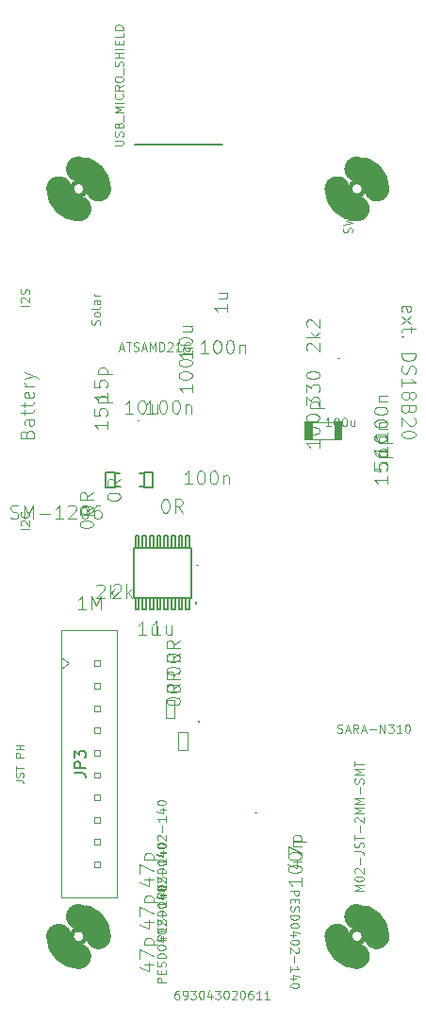
<source format=gbr>
G04 #@! TF.GenerationSoftware,KiCad,Pcbnew,5.1.8+dfsg1-1~bpo10+1*
G04 #@! TF.CreationDate,2021-02-15T21:00:27+01:00*
G04 #@! TF.ProjectId,easyhive,65617379-6869-4766-952e-6b696361645f,rev?*
G04 #@! TF.SameCoordinates,Original*
G04 #@! TF.FileFunction,Other,Fab,Top*
%FSLAX46Y46*%
G04 Gerber Fmt 4.6, Leading zero omitted, Abs format (unit mm)*
G04 Created by KiCad (PCBNEW 5.1.8+dfsg1-1~bpo10+1) date 2021-02-15 21:00:27*
%MOMM*%
%LPD*%
G01*
G04 APERTURE LIST*
%ADD10C,0.152400*%
%ADD11C,0.127000*%
%ADD12C,0.100000*%
%ADD13C,0.101600*%
%ADD14C,0.203200*%
%ADD15C,0.457200*%
%ADD16C,2.286000*%
%ADD17C,0.077216*%
%ADD18C,0.096520*%
%ADD19C,0.001930*%
%ADD20C,0.150000*%
G04 APERTURE END LIST*
D10*
X146077699Y-103648100D02*
X140972299Y-103648100D01*
X146077699Y-108143900D02*
X146077699Y-103648100D01*
X140972299Y-108143900D02*
X146077699Y-108143900D01*
X140972299Y-103648100D02*
X140972299Y-108143900D01*
X145952398Y-109198000D02*
X145952398Y-108143900D01*
X145647598Y-109198000D02*
X145952398Y-109198000D01*
X145647598Y-108143900D02*
X145647598Y-109198000D01*
X145952398Y-108143900D02*
X145647598Y-108143900D01*
X145302398Y-109198000D02*
X145302398Y-108143900D01*
X144997598Y-109198000D02*
X145302398Y-109198000D01*
X144997598Y-108143900D02*
X144997598Y-109198000D01*
X145302398Y-108143900D02*
X144997598Y-108143900D01*
X144652398Y-109198000D02*
X144652398Y-108143900D01*
X144347598Y-109198000D02*
X144652398Y-109198000D01*
X144347598Y-108143900D02*
X144347598Y-109198000D01*
X144652398Y-108143900D02*
X144347598Y-108143900D01*
X144002398Y-109198000D02*
X144002398Y-108143900D01*
X143697598Y-109198000D02*
X144002398Y-109198000D01*
X143697598Y-108143900D02*
X143697598Y-109198000D01*
X144002398Y-108143900D02*
X143697598Y-108143900D01*
X143352398Y-109198000D02*
X143352398Y-108143900D01*
X143047598Y-109198000D02*
X143352398Y-109198000D01*
X143047598Y-108143900D02*
X143047598Y-109198000D01*
X143352398Y-108143900D02*
X143047598Y-108143900D01*
X142702398Y-109198000D02*
X142702398Y-108143900D01*
X142397598Y-109198000D02*
X142702398Y-109198000D01*
X142397598Y-108143900D02*
X142397598Y-109198000D01*
X142702398Y-108143900D02*
X142397598Y-108143900D01*
X142052398Y-109198000D02*
X142052398Y-108143900D01*
X141747598Y-109198000D02*
X142052398Y-109198000D01*
X141747598Y-108143900D02*
X141747598Y-109198000D01*
X142052398Y-108143900D02*
X141747598Y-108143900D01*
X141402399Y-109198000D02*
X141402399Y-108143900D01*
X141097599Y-109198000D02*
X141402399Y-109198000D01*
X141097599Y-108143900D02*
X141097599Y-109198000D01*
X141402399Y-108143900D02*
X141097599Y-108143900D01*
X141097600Y-102594000D02*
X141097600Y-103648100D01*
X141402400Y-102594000D02*
X141097600Y-102594000D01*
X141402400Y-103648100D02*
X141402400Y-102594000D01*
X141097600Y-103648100D02*
X141402400Y-103648100D01*
X141747600Y-102594000D02*
X141747600Y-103648100D01*
X142052400Y-102594000D02*
X141747600Y-102594000D01*
X142052400Y-103648100D02*
X142052400Y-102594000D01*
X141747600Y-103648100D02*
X142052400Y-103648100D01*
X142397600Y-102594000D02*
X142397600Y-103648100D01*
X142702400Y-102594000D02*
X142397600Y-102594000D01*
X142702400Y-103648100D02*
X142702400Y-102594000D01*
X142397600Y-103648100D02*
X142702400Y-103648100D01*
X143047600Y-102594000D02*
X143047600Y-103648100D01*
X143352400Y-102594000D02*
X143047600Y-102594000D01*
X143352400Y-103648100D02*
X143352400Y-102594000D01*
X143047600Y-103648100D02*
X143352400Y-103648100D01*
X143697600Y-102594000D02*
X143697600Y-103648100D01*
X144002400Y-102594000D02*
X143697600Y-102594000D01*
X144002400Y-103648100D02*
X144002400Y-102594000D01*
X143697600Y-103648100D02*
X144002400Y-103648100D01*
X144347600Y-102594000D02*
X144347600Y-103648100D01*
X144652400Y-102594000D02*
X144347600Y-102594000D01*
X144652400Y-103648100D02*
X144652400Y-102594000D01*
X144347600Y-103648100D02*
X144652400Y-103648100D01*
X144997600Y-102594000D02*
X144997600Y-103648100D01*
X145302400Y-102594000D02*
X144997600Y-102594000D01*
X145302400Y-103648100D02*
X145302400Y-102594000D01*
X144997600Y-103648100D02*
X145302400Y-103648100D01*
X145647599Y-102594000D02*
X145647599Y-103648100D01*
X145952399Y-102594000D02*
X145647599Y-102594000D01*
X145952399Y-103648100D02*
X145952399Y-102594000D01*
X145647599Y-103648100D02*
X145952399Y-103648100D01*
D11*
X148871100Y-67512600D02*
X141071100Y-67512600D01*
D12*
X144952499Y-121800002D02*
X144952499Y-120200003D01*
X145752500Y-121800002D02*
X145752500Y-120200003D01*
X144952499Y-120200003D02*
X145752500Y-120200003D01*
X144952499Y-121800002D02*
X145752500Y-121800002D01*
X143797500Y-118899999D02*
X143797500Y-117300000D01*
X144597501Y-118899999D02*
X144597501Y-117300000D01*
X143797500Y-117300000D02*
X144597501Y-117300000D01*
X143797500Y-118899999D02*
X144597501Y-118899999D01*
D13*
X158965000Y-93987000D02*
X157035000Y-93987000D01*
X158965000Y-92413000D02*
X157035000Y-92413000D01*
D12*
G36*
X159701800Y-92349100D02*
G01*
X158951700Y-92349100D01*
X158951700Y-94049100D01*
X159701800Y-94049100D01*
X159701800Y-92349100D01*
G37*
G36*
X157048300Y-92350900D02*
G01*
X156298200Y-92350900D01*
X156298200Y-94050900D01*
X157048300Y-94050900D01*
X157048300Y-92350900D01*
G37*
D14*
X141850000Y-96900000D02*
X141850000Y-97000000D01*
X141850000Y-97000000D02*
X141850000Y-98200000D01*
X141850000Y-98200000D02*
X141850000Y-98300000D01*
X141850000Y-98300000D02*
X142650000Y-98300000D01*
X142650000Y-98300000D02*
X142650000Y-96900000D01*
X142650000Y-96900000D02*
X141850000Y-96900000D01*
X138450000Y-96900000D02*
X138450000Y-98300000D01*
X138450000Y-98300000D02*
X139250000Y-98300000D01*
X139250000Y-98300000D02*
X139250000Y-98200000D01*
X139250000Y-98200000D02*
X139250000Y-97000000D01*
X139250000Y-97000000D02*
X139250000Y-96900000D01*
X139250000Y-96900000D02*
X138450000Y-96900000D01*
X139250000Y-98200000D02*
X139650000Y-98200000D01*
X141450000Y-98200000D02*
X141850000Y-98200000D01*
X141850000Y-97000000D02*
X141450000Y-97000000D01*
X139650000Y-97000000D02*
X139250000Y-97000000D01*
D15*
X161636100Y-138503600D02*
G75*
G03*
X161636100Y-138503600I-635000J0D01*
G01*
D16*
X162779100Y-138503600D02*
G75*
G03*
X161001100Y-136725600I-1778000J0D01*
G01*
X161001100Y-140281600D02*
G75*
G02*
X159223100Y-138503600I0J1778000D01*
G01*
D15*
X161636100Y-71503600D02*
G75*
G03*
X161636100Y-71503600I-635000J0D01*
G01*
D16*
X162779100Y-71503600D02*
G75*
G03*
X161001100Y-69725600I-1778000J0D01*
G01*
X161001100Y-73281600D02*
G75*
G02*
X159223100Y-71503600I0J1778000D01*
G01*
D15*
X136636100Y-71503600D02*
G75*
G03*
X136636100Y-71503600I-635000J0D01*
G01*
D16*
X137779100Y-71503600D02*
G75*
G03*
X136001100Y-69725600I-1778000J0D01*
G01*
X136001100Y-73281600D02*
G75*
G02*
X134223100Y-71503600I0J1778000D01*
G01*
D15*
X136626600Y-138506200D02*
G75*
G03*
X136626600Y-138506200I-635000J0D01*
G01*
D16*
X137769600Y-138506200D02*
G75*
G03*
X135991600Y-136728200I-1778000J0D01*
G01*
X135991600Y-140284200D02*
G75*
G02*
X134213600Y-138506200I0J1778000D01*
G01*
D12*
X134420800Y-111068400D02*
X134420800Y-135018400D01*
X139420800Y-111068400D02*
X139420800Y-135018400D01*
X134420800Y-111068400D02*
X139420800Y-111068400D01*
X134420800Y-135018400D02*
X139420800Y-135018400D01*
X137920800Y-113793400D02*
X137420800Y-113793400D01*
X137420800Y-113793400D02*
X137420800Y-114293400D01*
X137420800Y-114293400D02*
X137920800Y-114293400D01*
X137920800Y-114293400D02*
X137920800Y-113793400D01*
X137920800Y-115793400D02*
X137420800Y-115793400D01*
X137420800Y-115793400D02*
X137420800Y-116293400D01*
X137420800Y-116293400D02*
X137920800Y-116293400D01*
X137920800Y-116293400D02*
X137920800Y-115793400D01*
X137920800Y-117793400D02*
X137420800Y-117793400D01*
X137420800Y-117793400D02*
X137420800Y-118293400D01*
X137420800Y-118293400D02*
X137920800Y-118293400D01*
X137920800Y-118293400D02*
X137920800Y-117793400D01*
X137920800Y-119793400D02*
X137420800Y-119793400D01*
X137420800Y-119793400D02*
X137420800Y-120293400D01*
X137420800Y-120293400D02*
X137920800Y-120293400D01*
X137920800Y-120293400D02*
X137920800Y-119793400D01*
X137920800Y-121793400D02*
X137420800Y-121793400D01*
X137420800Y-121793400D02*
X137420800Y-122293400D01*
X137420800Y-122293400D02*
X137920800Y-122293400D01*
X137920800Y-122293400D02*
X137920800Y-121793400D01*
X137920800Y-123793400D02*
X137420800Y-123793400D01*
X137420800Y-123793400D02*
X137420800Y-124293400D01*
X137420800Y-124293400D02*
X137920800Y-124293400D01*
X137920800Y-124293400D02*
X137920800Y-123793400D01*
X137920800Y-125793400D02*
X137420800Y-125793400D01*
X137420800Y-125793400D02*
X137420800Y-126293400D01*
X137420800Y-126293400D02*
X137920800Y-126293400D01*
X137920800Y-126293400D02*
X137920800Y-125793400D01*
X137920800Y-127793400D02*
X137420800Y-127793400D01*
X137420800Y-127793400D02*
X137420800Y-128293400D01*
X137420800Y-128293400D02*
X137920800Y-128293400D01*
X137920800Y-128293400D02*
X137920800Y-127793400D01*
X137920800Y-129793400D02*
X137420800Y-129793400D01*
X137420800Y-129793400D02*
X137420800Y-130293400D01*
X137420800Y-130293400D02*
X137920800Y-130293400D01*
X137920800Y-130293400D02*
X137920800Y-129793400D01*
X137920800Y-131793400D02*
X137420800Y-131793400D01*
X137420800Y-131793400D02*
X137420800Y-132293400D01*
X137420800Y-132293400D02*
X137920800Y-132293400D01*
X137920800Y-132293400D02*
X137920800Y-131793400D01*
X134420800Y-113543400D02*
X135127907Y-114043400D01*
X135127907Y-114043400D02*
X134420800Y-114543400D01*
D17*
X139219330Y-67593561D02*
X139844412Y-67593561D01*
X139917951Y-67556792D01*
X139954720Y-67520022D01*
X139991490Y-67446483D01*
X139991490Y-67299405D01*
X139954720Y-67225866D01*
X139917951Y-67189097D01*
X139844412Y-67152327D01*
X139219330Y-67152327D01*
X139954720Y-66821401D02*
X139991490Y-66711093D01*
X139991490Y-66527245D01*
X139954720Y-66453706D01*
X139917951Y-66416937D01*
X139844412Y-66380167D01*
X139770873Y-66380167D01*
X139697334Y-66416937D01*
X139660564Y-66453706D01*
X139623795Y-66527245D01*
X139587025Y-66674323D01*
X139550256Y-66747862D01*
X139513486Y-66784632D01*
X139439947Y-66821401D01*
X139366408Y-66821401D01*
X139292869Y-66784632D01*
X139256100Y-66747862D01*
X139219330Y-66674323D01*
X139219330Y-66490476D01*
X139256100Y-66380167D01*
X139587025Y-65791855D02*
X139623795Y-65681546D01*
X139660564Y-65644777D01*
X139734103Y-65608007D01*
X139844412Y-65608007D01*
X139917951Y-65644777D01*
X139954720Y-65681546D01*
X139991490Y-65755085D01*
X139991490Y-66049241D01*
X139219330Y-66049241D01*
X139219330Y-65791855D01*
X139256100Y-65718316D01*
X139292869Y-65681546D01*
X139366408Y-65644777D01*
X139439947Y-65644777D01*
X139513486Y-65681546D01*
X139550256Y-65718316D01*
X139587025Y-65791855D01*
X139587025Y-66049241D01*
X140065029Y-65460929D02*
X140065029Y-64872617D01*
X139991490Y-64688769D02*
X139219330Y-64688769D01*
X139770873Y-64431382D01*
X139219330Y-64173996D01*
X139991490Y-64173996D01*
X139991490Y-63806301D02*
X139219330Y-63806301D01*
X139917951Y-62997371D02*
X139954720Y-63034141D01*
X139991490Y-63144449D01*
X139991490Y-63217988D01*
X139954720Y-63328297D01*
X139881181Y-63401836D01*
X139807642Y-63438605D01*
X139660564Y-63475375D01*
X139550256Y-63475375D01*
X139403178Y-63438605D01*
X139329639Y-63401836D01*
X139256100Y-63328297D01*
X139219330Y-63217988D01*
X139219330Y-63144449D01*
X139256100Y-63034141D01*
X139292869Y-62997371D01*
X139991490Y-62225211D02*
X139623795Y-62482598D01*
X139991490Y-62666445D02*
X139219330Y-62666445D01*
X139219330Y-62372289D01*
X139256100Y-62298750D01*
X139292869Y-62261981D01*
X139366408Y-62225211D01*
X139476717Y-62225211D01*
X139550256Y-62261981D01*
X139587025Y-62298750D01*
X139623795Y-62372289D01*
X139623795Y-62666445D01*
X139219330Y-61747207D02*
X139219330Y-61600129D01*
X139256100Y-61526590D01*
X139329639Y-61453051D01*
X139476717Y-61416281D01*
X139734103Y-61416281D01*
X139881181Y-61453051D01*
X139954720Y-61526590D01*
X139991490Y-61600129D01*
X139991490Y-61747207D01*
X139954720Y-61820746D01*
X139881181Y-61894285D01*
X139734103Y-61931055D01*
X139476717Y-61931055D01*
X139329639Y-61894285D01*
X139256100Y-61820746D01*
X139219330Y-61747207D01*
X140065029Y-61269203D02*
X140065029Y-60680891D01*
X139954720Y-60533813D02*
X139991490Y-60423504D01*
X139991490Y-60239657D01*
X139954720Y-60166118D01*
X139917951Y-60129348D01*
X139844412Y-60092579D01*
X139770873Y-60092579D01*
X139697334Y-60129348D01*
X139660564Y-60166118D01*
X139623795Y-60239657D01*
X139587025Y-60386735D01*
X139550256Y-60460274D01*
X139513486Y-60497043D01*
X139439947Y-60533813D01*
X139366408Y-60533813D01*
X139292869Y-60497043D01*
X139256100Y-60460274D01*
X139219330Y-60386735D01*
X139219330Y-60202887D01*
X139256100Y-60092579D01*
X139991490Y-59761653D02*
X139219330Y-59761653D01*
X139587025Y-59761653D02*
X139587025Y-59320419D01*
X139991490Y-59320419D02*
X139219330Y-59320419D01*
X139991490Y-58952723D02*
X139219330Y-58952723D01*
X139587025Y-58585028D02*
X139587025Y-58327641D01*
X139991490Y-58217333D02*
X139991490Y-58585028D01*
X139219330Y-58585028D01*
X139219330Y-58217333D01*
X139991490Y-57518712D02*
X139991490Y-57886407D01*
X139219330Y-57886407D01*
X139991490Y-57261325D02*
X139219330Y-57261325D01*
X139219330Y-57077478D01*
X139256100Y-56967169D01*
X139329639Y-56893630D01*
X139403178Y-56856861D01*
X139550256Y-56820091D01*
X139660564Y-56820091D01*
X139807642Y-56856861D01*
X139881181Y-56893630D01*
X139954720Y-56967169D01*
X139991490Y-57077478D01*
X139991490Y-57261325D01*
X161576390Y-134405961D02*
X160804230Y-134405961D01*
X161355773Y-134148575D01*
X160804230Y-133891188D01*
X161576390Y-133891188D01*
X160804230Y-133376415D02*
X160804230Y-133302876D01*
X160841000Y-133229337D01*
X160877769Y-133192567D01*
X160951308Y-133155798D01*
X161098386Y-133119028D01*
X161282234Y-133119028D01*
X161429312Y-133155798D01*
X161502851Y-133192567D01*
X161539620Y-133229337D01*
X161576390Y-133302876D01*
X161576390Y-133376415D01*
X161539620Y-133449954D01*
X161502851Y-133486723D01*
X161429312Y-133523493D01*
X161282234Y-133560262D01*
X161098386Y-133560262D01*
X160951308Y-133523493D01*
X160877769Y-133486723D01*
X160841000Y-133449954D01*
X160804230Y-133376415D01*
X160877769Y-132824872D02*
X160841000Y-132788102D01*
X160804230Y-132714563D01*
X160804230Y-132530716D01*
X160841000Y-132457177D01*
X160877769Y-132420407D01*
X160951308Y-132383638D01*
X161024847Y-132383638D01*
X161135156Y-132420407D01*
X161576390Y-132861641D01*
X161576390Y-132383638D01*
X161282234Y-132052712D02*
X161282234Y-131464400D01*
X160804230Y-130876087D02*
X161355773Y-130876087D01*
X161466081Y-130912857D01*
X161539620Y-130986396D01*
X161576390Y-131096704D01*
X161576390Y-131170243D01*
X161539620Y-130545161D02*
X161576390Y-130434853D01*
X161576390Y-130251005D01*
X161539620Y-130177466D01*
X161502851Y-130140697D01*
X161429312Y-130103927D01*
X161355773Y-130103927D01*
X161282234Y-130140697D01*
X161245464Y-130177466D01*
X161208695Y-130251005D01*
X161171925Y-130398083D01*
X161135156Y-130471622D01*
X161098386Y-130508392D01*
X161024847Y-130545161D01*
X160951308Y-130545161D01*
X160877769Y-130508392D01*
X160841000Y-130471622D01*
X160804230Y-130398083D01*
X160804230Y-130214236D01*
X160841000Y-130103927D01*
X160804230Y-129883310D02*
X160804230Y-129442076D01*
X161576390Y-129662693D02*
X160804230Y-129662693D01*
X161282234Y-129184689D02*
X161282234Y-128596377D01*
X160877769Y-128265451D02*
X160841000Y-128228681D01*
X160804230Y-128155142D01*
X160804230Y-127971295D01*
X160841000Y-127897756D01*
X160877769Y-127860986D01*
X160951308Y-127824217D01*
X161024847Y-127824217D01*
X161135156Y-127860986D01*
X161576390Y-128302221D01*
X161576390Y-127824217D01*
X161576390Y-127493291D02*
X160804230Y-127493291D01*
X161355773Y-127235904D01*
X160804230Y-126978518D01*
X161576390Y-126978518D01*
X161576390Y-126610822D02*
X160804230Y-126610822D01*
X161355773Y-126353436D01*
X160804230Y-126096049D01*
X161576390Y-126096049D01*
X161282234Y-125728354D02*
X161282234Y-125140041D01*
X161539620Y-124809116D02*
X161576390Y-124698807D01*
X161576390Y-124514960D01*
X161539620Y-124441421D01*
X161502851Y-124404651D01*
X161429312Y-124367881D01*
X161355773Y-124367881D01*
X161282234Y-124404651D01*
X161245464Y-124441421D01*
X161208695Y-124514960D01*
X161171925Y-124662038D01*
X161135156Y-124735577D01*
X161098386Y-124772346D01*
X161024847Y-124809116D01*
X160951308Y-124809116D01*
X160877769Y-124772346D01*
X160841000Y-124735577D01*
X160804230Y-124662038D01*
X160804230Y-124478190D01*
X160841000Y-124367881D01*
X161576390Y-124036956D02*
X160804230Y-124036956D01*
X161355773Y-123779569D01*
X160804230Y-123522182D01*
X161576390Y-123522182D01*
X160804230Y-123264796D02*
X160804230Y-122823561D01*
X161576390Y-123044179D02*
X160804230Y-123044179D01*
D18*
X165083404Y-82501881D02*
X165025952Y-82386976D01*
X165025952Y-82157166D01*
X165083404Y-82042262D01*
X165198309Y-81984809D01*
X165657928Y-81984809D01*
X165772833Y-82042262D01*
X165830285Y-82157166D01*
X165830285Y-82386976D01*
X165772833Y-82501881D01*
X165657928Y-82559333D01*
X165543023Y-82559333D01*
X165428119Y-81984809D01*
X165025952Y-82961500D02*
X165830285Y-83593476D01*
X165830285Y-82961500D02*
X165025952Y-83593476D01*
X165830285Y-83880738D02*
X165830285Y-84340357D01*
X166232452Y-84053095D02*
X165198309Y-84053095D01*
X165083404Y-84110547D01*
X165025952Y-84225452D01*
X165025952Y-84340357D01*
X165140857Y-84742523D02*
X165083404Y-84799976D01*
X165025952Y-84742523D01*
X165083404Y-84685071D01*
X165140857Y-84742523D01*
X165025952Y-84742523D01*
X165025952Y-86236285D02*
X166232452Y-86236285D01*
X166232452Y-86523547D01*
X166175000Y-86695904D01*
X166060095Y-86810809D01*
X165945190Y-86868262D01*
X165715380Y-86925714D01*
X165543023Y-86925714D01*
X165313214Y-86868262D01*
X165198309Y-86810809D01*
X165083404Y-86695904D01*
X165025952Y-86523547D01*
X165025952Y-86236285D01*
X165083404Y-87385333D02*
X165025952Y-87557690D01*
X165025952Y-87844952D01*
X165083404Y-87959857D01*
X165140857Y-88017309D01*
X165255761Y-88074762D01*
X165370666Y-88074762D01*
X165485571Y-88017309D01*
X165543023Y-87959857D01*
X165600476Y-87844952D01*
X165657928Y-87615142D01*
X165715380Y-87500238D01*
X165772833Y-87442785D01*
X165887738Y-87385333D01*
X166002642Y-87385333D01*
X166117547Y-87442785D01*
X166175000Y-87500238D01*
X166232452Y-87615142D01*
X166232452Y-87902404D01*
X166175000Y-88074762D01*
X165025952Y-89223809D02*
X165025952Y-88534381D01*
X165025952Y-88879095D02*
X166232452Y-88879095D01*
X166060095Y-88764190D01*
X165945190Y-88649285D01*
X165887738Y-88534381D01*
X165715380Y-89913238D02*
X165772833Y-89798333D01*
X165830285Y-89740881D01*
X165945190Y-89683428D01*
X166002642Y-89683428D01*
X166117547Y-89740881D01*
X166175000Y-89798333D01*
X166232452Y-89913238D01*
X166232452Y-90143047D01*
X166175000Y-90257952D01*
X166117547Y-90315404D01*
X166002642Y-90372857D01*
X165945190Y-90372857D01*
X165830285Y-90315404D01*
X165772833Y-90257952D01*
X165715380Y-90143047D01*
X165715380Y-89913238D01*
X165657928Y-89798333D01*
X165600476Y-89740881D01*
X165485571Y-89683428D01*
X165255761Y-89683428D01*
X165140857Y-89740881D01*
X165083404Y-89798333D01*
X165025952Y-89913238D01*
X165025952Y-90143047D01*
X165083404Y-90257952D01*
X165140857Y-90315404D01*
X165255761Y-90372857D01*
X165485571Y-90372857D01*
X165600476Y-90315404D01*
X165657928Y-90257952D01*
X165715380Y-90143047D01*
X165657928Y-91292095D02*
X165600476Y-91464452D01*
X165543023Y-91521904D01*
X165428119Y-91579357D01*
X165255761Y-91579357D01*
X165140857Y-91521904D01*
X165083404Y-91464452D01*
X165025952Y-91349547D01*
X165025952Y-90889928D01*
X166232452Y-90889928D01*
X166232452Y-91292095D01*
X166175000Y-91407000D01*
X166117547Y-91464452D01*
X166002642Y-91521904D01*
X165887738Y-91521904D01*
X165772833Y-91464452D01*
X165715380Y-91407000D01*
X165657928Y-91292095D01*
X165657928Y-90889928D01*
X166117547Y-92038976D02*
X166175000Y-92096428D01*
X166232452Y-92211333D01*
X166232452Y-92498595D01*
X166175000Y-92613500D01*
X166117547Y-92670952D01*
X166002642Y-92728404D01*
X165887738Y-92728404D01*
X165715380Y-92670952D01*
X165025952Y-91981523D01*
X165025952Y-92728404D01*
X166232452Y-93475285D02*
X166232452Y-93590190D01*
X166175000Y-93705095D01*
X166117547Y-93762547D01*
X166002642Y-93820000D01*
X165772833Y-93877452D01*
X165485571Y-93877452D01*
X165255761Y-93820000D01*
X165140857Y-93762547D01*
X165083404Y-93705095D01*
X165025952Y-93590190D01*
X165025952Y-93475285D01*
X165083404Y-93360381D01*
X165140857Y-93302928D01*
X165255761Y-93245476D01*
X165485571Y-93188023D01*
X165772833Y-93188023D01*
X166002642Y-93245476D01*
X166117547Y-93302928D01*
X166175000Y-93360381D01*
X166232452Y-93475285D01*
D17*
X131561490Y-101999561D02*
X130789330Y-101999561D01*
X130862869Y-101668636D02*
X130826100Y-101631866D01*
X130789330Y-101558327D01*
X130789330Y-101374480D01*
X130826100Y-101300941D01*
X130862869Y-101264171D01*
X130936408Y-101227401D01*
X131009947Y-101227401D01*
X131120256Y-101264171D01*
X131561490Y-101705405D01*
X131561490Y-101227401D01*
X131487951Y-100455241D02*
X131524720Y-100492011D01*
X131561490Y-100602320D01*
X131561490Y-100675859D01*
X131524720Y-100786167D01*
X131451181Y-100859706D01*
X131377642Y-100896476D01*
X131230564Y-100933245D01*
X131120256Y-100933245D01*
X130973178Y-100896476D01*
X130899639Y-100859706D01*
X130826100Y-100786167D01*
X130789330Y-100675859D01*
X130789330Y-100602320D01*
X130826100Y-100492011D01*
X130862869Y-100455241D01*
D18*
X131343171Y-93481433D02*
X131400623Y-93309076D01*
X131458076Y-93251623D01*
X131572980Y-93194171D01*
X131745338Y-93194171D01*
X131860242Y-93251623D01*
X131917695Y-93309076D01*
X131975147Y-93423981D01*
X131975147Y-93883600D01*
X130768647Y-93883600D01*
X130768647Y-93481433D01*
X130826100Y-93366528D01*
X130883552Y-93309076D01*
X130998457Y-93251623D01*
X131113361Y-93251623D01*
X131228266Y-93309076D01*
X131285719Y-93366528D01*
X131343171Y-93481433D01*
X131343171Y-93883600D01*
X131975147Y-92160028D02*
X131343171Y-92160028D01*
X131228266Y-92217481D01*
X131170814Y-92332385D01*
X131170814Y-92562195D01*
X131228266Y-92677100D01*
X131917695Y-92160028D02*
X131975147Y-92274933D01*
X131975147Y-92562195D01*
X131917695Y-92677100D01*
X131802790Y-92734552D01*
X131687885Y-92734552D01*
X131572980Y-92677100D01*
X131515528Y-92562195D01*
X131515528Y-92274933D01*
X131458076Y-92160028D01*
X131170814Y-91757862D02*
X131170814Y-91298242D01*
X130768647Y-91585504D02*
X131802790Y-91585504D01*
X131917695Y-91528052D01*
X131975147Y-91413147D01*
X131975147Y-91298242D01*
X131170814Y-91068433D02*
X131170814Y-90608814D01*
X130768647Y-90896076D02*
X131802790Y-90896076D01*
X131917695Y-90838623D01*
X131975147Y-90723719D01*
X131975147Y-90608814D01*
X131917695Y-89747028D02*
X131975147Y-89861933D01*
X131975147Y-90091742D01*
X131917695Y-90206647D01*
X131802790Y-90264100D01*
X131343171Y-90264100D01*
X131228266Y-90206647D01*
X131170814Y-90091742D01*
X131170814Y-89861933D01*
X131228266Y-89747028D01*
X131343171Y-89689576D01*
X131458076Y-89689576D01*
X131572980Y-90264100D01*
X131975147Y-89172504D02*
X131170814Y-89172504D01*
X131400623Y-89172504D02*
X131285719Y-89115052D01*
X131228266Y-89057600D01*
X131170814Y-88942695D01*
X131170814Y-88827790D01*
X131170814Y-88540528D02*
X131975147Y-88253266D01*
X131170814Y-87966004D02*
X131975147Y-88253266D01*
X132262409Y-88368171D01*
X132319861Y-88425623D01*
X132377314Y-88540528D01*
D17*
X131561490Y-81999561D02*
X130789330Y-81999561D01*
X130862869Y-81668636D02*
X130826100Y-81631866D01*
X130789330Y-81558327D01*
X130789330Y-81374480D01*
X130826100Y-81300941D01*
X130862869Y-81264171D01*
X130936408Y-81227401D01*
X131009947Y-81227401D01*
X131120256Y-81264171D01*
X131561490Y-81705405D01*
X131561490Y-81227401D01*
X131524720Y-80933245D02*
X131561490Y-80822937D01*
X131561490Y-80639089D01*
X131524720Y-80565550D01*
X131487951Y-80528781D01*
X131414412Y-80492011D01*
X131340873Y-80492011D01*
X131267334Y-80528781D01*
X131230564Y-80565550D01*
X131193795Y-80639089D01*
X131157025Y-80786167D01*
X131120256Y-80859706D01*
X131083486Y-80896476D01*
X131009947Y-80933245D01*
X130936408Y-80933245D01*
X130862869Y-80896476D01*
X130826100Y-80859706D01*
X130789330Y-80786167D01*
X130789330Y-80602320D01*
X130826100Y-80492011D01*
X160524720Y-75436331D02*
X160561490Y-75326022D01*
X160561490Y-75142175D01*
X160524720Y-75068636D01*
X160487951Y-75031866D01*
X160414412Y-74995097D01*
X160340873Y-74995097D01*
X160267334Y-75031866D01*
X160230564Y-75068636D01*
X160193795Y-75142175D01*
X160157025Y-75289253D01*
X160120256Y-75362792D01*
X160083486Y-75399561D01*
X160009947Y-75436331D01*
X159936408Y-75436331D01*
X159862869Y-75399561D01*
X159826100Y-75362792D01*
X159789330Y-75289253D01*
X159789330Y-75105405D01*
X159826100Y-74995097D01*
X159789330Y-74737710D02*
X160561490Y-74553862D01*
X160009947Y-74406784D01*
X160561490Y-74259706D01*
X159789330Y-74075859D01*
X160561490Y-73781702D02*
X159789330Y-73781702D01*
X159789330Y-73597855D01*
X159826100Y-73487546D01*
X159899639Y-73414007D01*
X159973178Y-73377238D01*
X160120256Y-73340468D01*
X160230564Y-73340468D01*
X160377642Y-73377238D01*
X160451181Y-73414007D01*
X160524720Y-73487546D01*
X160561490Y-73597855D01*
X160561490Y-73781702D01*
X137874720Y-83691813D02*
X137911490Y-83581504D01*
X137911490Y-83397657D01*
X137874720Y-83324118D01*
X137837951Y-83287348D01*
X137764412Y-83250578D01*
X137690873Y-83250578D01*
X137617334Y-83287348D01*
X137580564Y-83324118D01*
X137543795Y-83397657D01*
X137507025Y-83544735D01*
X137470256Y-83618274D01*
X137433486Y-83655043D01*
X137359947Y-83691813D01*
X137286408Y-83691813D01*
X137212869Y-83655043D01*
X137176100Y-83618274D01*
X137139330Y-83544735D01*
X137139330Y-83360887D01*
X137176100Y-83250578D01*
X137911490Y-82809344D02*
X137874720Y-82882883D01*
X137837951Y-82919653D01*
X137764412Y-82956422D01*
X137543795Y-82956422D01*
X137470256Y-82919653D01*
X137433486Y-82882883D01*
X137396717Y-82809344D01*
X137396717Y-82699036D01*
X137433486Y-82625497D01*
X137470256Y-82588727D01*
X137543795Y-82551958D01*
X137764412Y-82551958D01*
X137837951Y-82588727D01*
X137874720Y-82625497D01*
X137911490Y-82699036D01*
X137911490Y-82809344D01*
X137911490Y-82110723D02*
X137874720Y-82184262D01*
X137801181Y-82221032D01*
X137139330Y-82221032D01*
X137911490Y-81485641D02*
X137507025Y-81485641D01*
X137433486Y-81522411D01*
X137396717Y-81595950D01*
X137396717Y-81743028D01*
X137433486Y-81816567D01*
X137874720Y-81485641D02*
X137911490Y-81559180D01*
X137911490Y-81743028D01*
X137874720Y-81816567D01*
X137801181Y-81853337D01*
X137727642Y-81853337D01*
X137654103Y-81816567D01*
X137617334Y-81743028D01*
X137617334Y-81559180D01*
X137580564Y-81485641D01*
X137911490Y-81117946D02*
X137396717Y-81117946D01*
X137543795Y-81117946D02*
X137470256Y-81081177D01*
X137433486Y-81044407D01*
X137396717Y-80970868D01*
X137396717Y-80897329D01*
X158638502Y-92792390D02*
X158197268Y-92792390D01*
X158417885Y-92792390D02*
X158417885Y-92020230D01*
X158344346Y-92130539D01*
X158270807Y-92204078D01*
X158197268Y-92240847D01*
X159116506Y-92020230D02*
X159190045Y-92020230D01*
X159263584Y-92057000D01*
X159300354Y-92093769D01*
X159337123Y-92167308D01*
X159373893Y-92314386D01*
X159373893Y-92498234D01*
X159337123Y-92645312D01*
X159300354Y-92718851D01*
X159263584Y-92755620D01*
X159190045Y-92792390D01*
X159116506Y-92792390D01*
X159042967Y-92755620D01*
X159006198Y-92718851D01*
X158969428Y-92645312D01*
X158932658Y-92498234D01*
X158932658Y-92314386D01*
X158969428Y-92167308D01*
X159006198Y-92093769D01*
X159042967Y-92057000D01*
X159116506Y-92020230D01*
X159851897Y-92020230D02*
X159925436Y-92020230D01*
X159998975Y-92057000D01*
X160035744Y-92093769D01*
X160072514Y-92167308D01*
X160109283Y-92314386D01*
X160109283Y-92498234D01*
X160072514Y-92645312D01*
X160035744Y-92718851D01*
X159998975Y-92755620D01*
X159925436Y-92792390D01*
X159851897Y-92792390D01*
X159778358Y-92755620D01*
X159741588Y-92718851D01*
X159704818Y-92645312D01*
X159668049Y-92498234D01*
X159668049Y-92314386D01*
X159704818Y-92167308D01*
X159741588Y-92093769D01*
X159778358Y-92057000D01*
X159851897Y-92020230D01*
X160771135Y-92277617D02*
X160771135Y-92792390D01*
X160440209Y-92277617D02*
X160440209Y-92682081D01*
X160476978Y-92755620D01*
X160550518Y-92792390D01*
X160660826Y-92792390D01*
X160734365Y-92755620D01*
X160771135Y-92718851D01*
D19*
X146493720Y-108673077D02*
X146493720Y-108659289D01*
X146517850Y-108666183D02*
X146493720Y-108666183D01*
X146517850Y-108651245D02*
X146493720Y-108651245D01*
X146493720Y-108642053D01*
X146494870Y-108639755D01*
X146496019Y-108638606D01*
X146498317Y-108637457D01*
X146501764Y-108637457D01*
X146504062Y-108638606D01*
X146505211Y-108639755D01*
X146506360Y-108642053D01*
X146506360Y-108651245D01*
X146493720Y-108630563D02*
X146493720Y-108616774D01*
X146517850Y-108623668D02*
X146493720Y-108623668D01*
X146517850Y-108608731D02*
X146493720Y-108608731D01*
X146493720Y-108599538D01*
X146494870Y-108597240D01*
X146496019Y-108596091D01*
X146498317Y-108594942D01*
X146501764Y-108594942D01*
X146504062Y-108596091D01*
X146505211Y-108597240D01*
X146506360Y-108599538D01*
X146506360Y-108608731D01*
X146493720Y-108580004D02*
X146493720Y-108577706D01*
X146494870Y-108575408D01*
X146496019Y-108574259D01*
X146498317Y-108573110D01*
X146502913Y-108571961D01*
X146508658Y-108571961D01*
X146513254Y-108573110D01*
X146515552Y-108574259D01*
X146516701Y-108575408D01*
X146517850Y-108577706D01*
X146517850Y-108580004D01*
X146516701Y-108582303D01*
X146515552Y-108583452D01*
X146513254Y-108584601D01*
X146508658Y-108585750D01*
X146502913Y-108585750D01*
X146498317Y-108584601D01*
X146496019Y-108583452D01*
X146494870Y-108582303D01*
X146493720Y-108580004D01*
X146504062Y-108558173D02*
X146502913Y-108560471D01*
X146501764Y-108561620D01*
X146499466Y-108562769D01*
X146498317Y-108562769D01*
X146496019Y-108561620D01*
X146494870Y-108560471D01*
X146493720Y-108558173D01*
X146493720Y-108553576D01*
X146494870Y-108551278D01*
X146496019Y-108550129D01*
X146498317Y-108548980D01*
X146499466Y-108548980D01*
X146501764Y-108550129D01*
X146502913Y-108551278D01*
X146504062Y-108553576D01*
X146504062Y-108558173D01*
X146505211Y-108560471D01*
X146506360Y-108561620D01*
X146508658Y-108562769D01*
X146513254Y-108562769D01*
X146515552Y-108561620D01*
X146516701Y-108560471D01*
X146517850Y-108558173D01*
X146517850Y-108553576D01*
X146516701Y-108551278D01*
X146515552Y-108550129D01*
X146513254Y-108548980D01*
X146508658Y-108548980D01*
X146506360Y-108550129D01*
X146505211Y-108551278D01*
X146504062Y-108553576D01*
X146517850Y-108524850D02*
X146506360Y-108532894D01*
X146517850Y-108538639D02*
X146493720Y-108538639D01*
X146493720Y-108529446D01*
X146494870Y-108527148D01*
X146496019Y-108525999D01*
X146498317Y-108524850D01*
X146501764Y-108524850D01*
X146504062Y-108525999D01*
X146505211Y-108527148D01*
X146506360Y-108529446D01*
X146506360Y-108538639D01*
X159222552Y-86655720D02*
X159236341Y-86655720D01*
X159229446Y-86679850D02*
X159229446Y-86655720D01*
X159244384Y-86679850D02*
X159244384Y-86655720D01*
X159253576Y-86655720D01*
X159255874Y-86656870D01*
X159257024Y-86658019D01*
X159258173Y-86660317D01*
X159258173Y-86663764D01*
X159257024Y-86666062D01*
X159255874Y-86667211D01*
X159253576Y-86668360D01*
X159244384Y-86668360D01*
X159265067Y-86655720D02*
X159278855Y-86655720D01*
X159271961Y-86679850D02*
X159271961Y-86655720D01*
X159286899Y-86679850D02*
X159286899Y-86655720D01*
X159296091Y-86655720D01*
X159298389Y-86656870D01*
X159299538Y-86658019D01*
X159300687Y-86660317D01*
X159300687Y-86663764D01*
X159299538Y-86666062D01*
X159298389Y-86667211D01*
X159296091Y-86668360D01*
X159286899Y-86668360D01*
X159315625Y-86655720D02*
X159317923Y-86655720D01*
X159320221Y-86656870D01*
X159321370Y-86658019D01*
X159322519Y-86660317D01*
X159323668Y-86664913D01*
X159323668Y-86670658D01*
X159322519Y-86675254D01*
X159321370Y-86677552D01*
X159320221Y-86678701D01*
X159317923Y-86679850D01*
X159315625Y-86679850D01*
X159313327Y-86678701D01*
X159312178Y-86677552D01*
X159311029Y-86675254D01*
X159309880Y-86670658D01*
X159309880Y-86664913D01*
X159311029Y-86660317D01*
X159312178Y-86658019D01*
X159313327Y-86656870D01*
X159315625Y-86655720D01*
X159337457Y-86666062D02*
X159335159Y-86664913D01*
X159334010Y-86663764D01*
X159332861Y-86661466D01*
X159332861Y-86660317D01*
X159334010Y-86658019D01*
X159335159Y-86656870D01*
X159337457Y-86655720D01*
X159342053Y-86655720D01*
X159344351Y-86656870D01*
X159345500Y-86658019D01*
X159346649Y-86660317D01*
X159346649Y-86661466D01*
X159345500Y-86663764D01*
X159344351Y-86664913D01*
X159342053Y-86666062D01*
X159337457Y-86666062D01*
X159335159Y-86667211D01*
X159334010Y-86668360D01*
X159332861Y-86670658D01*
X159332861Y-86675254D01*
X159334010Y-86677552D01*
X159335159Y-86678701D01*
X159337457Y-86679850D01*
X159342053Y-86679850D01*
X159344351Y-86678701D01*
X159345500Y-86677552D01*
X159346649Y-86675254D01*
X159346649Y-86670658D01*
X159345500Y-86668360D01*
X159344351Y-86667211D01*
X159342053Y-86666062D01*
X159370779Y-86679850D02*
X159362736Y-86668360D01*
X159356991Y-86679850D02*
X159356991Y-86655720D01*
X159366183Y-86655720D01*
X159368481Y-86656870D01*
X159369630Y-86658019D01*
X159370779Y-86660317D01*
X159370779Y-86663764D01*
X159369630Y-86666062D01*
X159368481Y-86667211D01*
X159366183Y-86668360D01*
X159356991Y-86668360D01*
X145872552Y-85805720D02*
X145886341Y-85805720D01*
X145879446Y-85829850D02*
X145879446Y-85805720D01*
X145894384Y-85829850D02*
X145894384Y-85805720D01*
X145903576Y-85805720D01*
X145905874Y-85806870D01*
X145907024Y-85808019D01*
X145908173Y-85810317D01*
X145908173Y-85813764D01*
X145907024Y-85816062D01*
X145905874Y-85817211D01*
X145903576Y-85818360D01*
X145894384Y-85818360D01*
X145915067Y-85805720D02*
X145928855Y-85805720D01*
X145921961Y-85829850D02*
X145921961Y-85805720D01*
X145936899Y-85829850D02*
X145936899Y-85805720D01*
X145946091Y-85805720D01*
X145948389Y-85806870D01*
X145949538Y-85808019D01*
X145950687Y-85810317D01*
X145950687Y-85813764D01*
X145949538Y-85816062D01*
X145948389Y-85817211D01*
X145946091Y-85818360D01*
X145936899Y-85818360D01*
X145965625Y-85805720D02*
X145967923Y-85805720D01*
X145970221Y-85806870D01*
X145971370Y-85808019D01*
X145972519Y-85810317D01*
X145973668Y-85814913D01*
X145973668Y-85820658D01*
X145972519Y-85825254D01*
X145971370Y-85827552D01*
X145970221Y-85828701D01*
X145967923Y-85829850D01*
X145965625Y-85829850D01*
X145963327Y-85828701D01*
X145962178Y-85827552D01*
X145961029Y-85825254D01*
X145959880Y-85820658D01*
X145959880Y-85814913D01*
X145961029Y-85810317D01*
X145962178Y-85808019D01*
X145963327Y-85806870D01*
X145965625Y-85805720D01*
X145987457Y-85816062D02*
X145985159Y-85814913D01*
X145984010Y-85813764D01*
X145982861Y-85811466D01*
X145982861Y-85810317D01*
X145984010Y-85808019D01*
X145985159Y-85806870D01*
X145987457Y-85805720D01*
X145992053Y-85805720D01*
X145994351Y-85806870D01*
X145995500Y-85808019D01*
X145996649Y-85810317D01*
X145996649Y-85811466D01*
X145995500Y-85813764D01*
X145994351Y-85814913D01*
X145992053Y-85816062D01*
X145987457Y-85816062D01*
X145985159Y-85817211D01*
X145984010Y-85818360D01*
X145982861Y-85820658D01*
X145982861Y-85825254D01*
X145984010Y-85827552D01*
X145985159Y-85828701D01*
X145987457Y-85829850D01*
X145992053Y-85829850D01*
X145994351Y-85828701D01*
X145995500Y-85827552D01*
X145996649Y-85825254D01*
X145996649Y-85820658D01*
X145995500Y-85818360D01*
X145994351Y-85817211D01*
X145992053Y-85816062D01*
X146020779Y-85829850D02*
X146012736Y-85818360D01*
X146006991Y-85829850D02*
X146006991Y-85805720D01*
X146016183Y-85805720D01*
X146018481Y-85806870D01*
X146019630Y-85808019D01*
X146020779Y-85810317D01*
X146020779Y-85813764D01*
X146019630Y-85816062D01*
X146018481Y-85817211D01*
X146016183Y-85818360D01*
X146006991Y-85818360D01*
X144752402Y-85868070D02*
X144766191Y-85868070D01*
X144759296Y-85892200D02*
X144759296Y-85868070D01*
X144774234Y-85892200D02*
X144774234Y-85868070D01*
X144783426Y-85868070D01*
X144785724Y-85869220D01*
X144786874Y-85870369D01*
X144788023Y-85872667D01*
X144788023Y-85876114D01*
X144786874Y-85878412D01*
X144785724Y-85879561D01*
X144783426Y-85880710D01*
X144774234Y-85880710D01*
X144794917Y-85868070D02*
X144808705Y-85868070D01*
X144801811Y-85892200D02*
X144801811Y-85868070D01*
X144816749Y-85892200D02*
X144816749Y-85868070D01*
X144825941Y-85868070D01*
X144828239Y-85869220D01*
X144829388Y-85870369D01*
X144830537Y-85872667D01*
X144830537Y-85876114D01*
X144829388Y-85878412D01*
X144828239Y-85879561D01*
X144825941Y-85880710D01*
X144816749Y-85880710D01*
X144845475Y-85868070D02*
X144847773Y-85868070D01*
X144850071Y-85869220D01*
X144851220Y-85870369D01*
X144852369Y-85872667D01*
X144853518Y-85877263D01*
X144853518Y-85883008D01*
X144852369Y-85887604D01*
X144851220Y-85889902D01*
X144850071Y-85891051D01*
X144847773Y-85892200D01*
X144845475Y-85892200D01*
X144843177Y-85891051D01*
X144842028Y-85889902D01*
X144840879Y-85887604D01*
X144839730Y-85883008D01*
X144839730Y-85877263D01*
X144840879Y-85872667D01*
X144842028Y-85870369D01*
X144843177Y-85869220D01*
X144845475Y-85868070D01*
X144867307Y-85878412D02*
X144865009Y-85877263D01*
X144863860Y-85876114D01*
X144862711Y-85873816D01*
X144862711Y-85872667D01*
X144863860Y-85870369D01*
X144865009Y-85869220D01*
X144867307Y-85868070D01*
X144871903Y-85868070D01*
X144874201Y-85869220D01*
X144875350Y-85870369D01*
X144876499Y-85872667D01*
X144876499Y-85873816D01*
X144875350Y-85876114D01*
X144874201Y-85877263D01*
X144871903Y-85878412D01*
X144867307Y-85878412D01*
X144865009Y-85879561D01*
X144863860Y-85880710D01*
X144862711Y-85883008D01*
X144862711Y-85887604D01*
X144863860Y-85889902D01*
X144865009Y-85891051D01*
X144867307Y-85892200D01*
X144871903Y-85892200D01*
X144874201Y-85891051D01*
X144875350Y-85889902D01*
X144876499Y-85887604D01*
X144876499Y-85883008D01*
X144875350Y-85880710D01*
X144874201Y-85879561D01*
X144871903Y-85878412D01*
X144900629Y-85892200D02*
X144892586Y-85880710D01*
X144886841Y-85892200D02*
X144886841Y-85868070D01*
X144896033Y-85868070D01*
X144898331Y-85869220D01*
X144899480Y-85870369D01*
X144900629Y-85872667D01*
X144900629Y-85876114D01*
X144899480Y-85878412D01*
X144898331Y-85879561D01*
X144896033Y-85880710D01*
X144886841Y-85880710D01*
X141259902Y-92218070D02*
X141273691Y-92218070D01*
X141266796Y-92242200D02*
X141266796Y-92218070D01*
X141281734Y-92242200D02*
X141281734Y-92218070D01*
X141290926Y-92218070D01*
X141293224Y-92219220D01*
X141294374Y-92220369D01*
X141295523Y-92222667D01*
X141295523Y-92226114D01*
X141294374Y-92228412D01*
X141293224Y-92229561D01*
X141290926Y-92230710D01*
X141281734Y-92230710D01*
X141302417Y-92218070D02*
X141316205Y-92218070D01*
X141309311Y-92242200D02*
X141309311Y-92218070D01*
X141324249Y-92242200D02*
X141324249Y-92218070D01*
X141333441Y-92218070D01*
X141335739Y-92219220D01*
X141336888Y-92220369D01*
X141338037Y-92222667D01*
X141338037Y-92226114D01*
X141336888Y-92228412D01*
X141335739Y-92229561D01*
X141333441Y-92230710D01*
X141324249Y-92230710D01*
X141352975Y-92218070D02*
X141355273Y-92218070D01*
X141357571Y-92219220D01*
X141358720Y-92220369D01*
X141359869Y-92222667D01*
X141361018Y-92227263D01*
X141361018Y-92233008D01*
X141359869Y-92237604D01*
X141358720Y-92239902D01*
X141357571Y-92241051D01*
X141355273Y-92242200D01*
X141352975Y-92242200D01*
X141350677Y-92241051D01*
X141349528Y-92239902D01*
X141348379Y-92237604D01*
X141347230Y-92233008D01*
X141347230Y-92227263D01*
X141348379Y-92222667D01*
X141349528Y-92220369D01*
X141350677Y-92219220D01*
X141352975Y-92218070D01*
X141374807Y-92228412D02*
X141372509Y-92227263D01*
X141371360Y-92226114D01*
X141370211Y-92223816D01*
X141370211Y-92222667D01*
X141371360Y-92220369D01*
X141372509Y-92219220D01*
X141374807Y-92218070D01*
X141379403Y-92218070D01*
X141381701Y-92219220D01*
X141382850Y-92220369D01*
X141383999Y-92222667D01*
X141383999Y-92223816D01*
X141382850Y-92226114D01*
X141381701Y-92227263D01*
X141379403Y-92228412D01*
X141374807Y-92228412D01*
X141372509Y-92229561D01*
X141371360Y-92230710D01*
X141370211Y-92233008D01*
X141370211Y-92237604D01*
X141371360Y-92239902D01*
X141372509Y-92241051D01*
X141374807Y-92242200D01*
X141379403Y-92242200D01*
X141381701Y-92241051D01*
X141382850Y-92239902D01*
X141383999Y-92237604D01*
X141383999Y-92233008D01*
X141382850Y-92230710D01*
X141381701Y-92229561D01*
X141379403Y-92228412D01*
X141408129Y-92242200D02*
X141400086Y-92230710D01*
X141394341Y-92242200D02*
X141394341Y-92218070D01*
X141403533Y-92218070D01*
X141405831Y-92219220D01*
X141406980Y-92220369D01*
X141408129Y-92222667D01*
X141408129Y-92226114D01*
X141406980Y-92228412D01*
X141405831Y-92229561D01*
X141403533Y-92230710D01*
X141394341Y-92230710D01*
X151822552Y-127405720D02*
X151836341Y-127405720D01*
X151829446Y-127429850D02*
X151829446Y-127405720D01*
X151844384Y-127429850D02*
X151844384Y-127405720D01*
X151853576Y-127405720D01*
X151855874Y-127406870D01*
X151857024Y-127408019D01*
X151858173Y-127410317D01*
X151858173Y-127413764D01*
X151857024Y-127416062D01*
X151855874Y-127417211D01*
X151853576Y-127418360D01*
X151844384Y-127418360D01*
X151865067Y-127405720D02*
X151878855Y-127405720D01*
X151871961Y-127429850D02*
X151871961Y-127405720D01*
X151886899Y-127429850D02*
X151886899Y-127405720D01*
X151896091Y-127405720D01*
X151898389Y-127406870D01*
X151899538Y-127408019D01*
X151900687Y-127410317D01*
X151900687Y-127413764D01*
X151899538Y-127416062D01*
X151898389Y-127417211D01*
X151896091Y-127418360D01*
X151886899Y-127418360D01*
X151915625Y-127405720D02*
X151917923Y-127405720D01*
X151920221Y-127406870D01*
X151921370Y-127408019D01*
X151922519Y-127410317D01*
X151923668Y-127414913D01*
X151923668Y-127420658D01*
X151922519Y-127425254D01*
X151921370Y-127427552D01*
X151920221Y-127428701D01*
X151917923Y-127429850D01*
X151915625Y-127429850D01*
X151913327Y-127428701D01*
X151912178Y-127427552D01*
X151911029Y-127425254D01*
X151909880Y-127420658D01*
X151909880Y-127414913D01*
X151911029Y-127410317D01*
X151912178Y-127408019D01*
X151913327Y-127406870D01*
X151915625Y-127405720D01*
X151937457Y-127416062D02*
X151935159Y-127414913D01*
X151934010Y-127413764D01*
X151932861Y-127411466D01*
X151932861Y-127410317D01*
X151934010Y-127408019D01*
X151935159Y-127406870D01*
X151937457Y-127405720D01*
X151942053Y-127405720D01*
X151944351Y-127406870D01*
X151945500Y-127408019D01*
X151946649Y-127410317D01*
X151946649Y-127411466D01*
X151945500Y-127413764D01*
X151944351Y-127414913D01*
X151942053Y-127416062D01*
X151937457Y-127416062D01*
X151935159Y-127417211D01*
X151934010Y-127418360D01*
X151932861Y-127420658D01*
X151932861Y-127425254D01*
X151934010Y-127427552D01*
X151935159Y-127428701D01*
X151937457Y-127429850D01*
X151942053Y-127429850D01*
X151944351Y-127428701D01*
X151945500Y-127427552D01*
X151946649Y-127425254D01*
X151946649Y-127420658D01*
X151945500Y-127418360D01*
X151944351Y-127417211D01*
X151942053Y-127416062D01*
X151970779Y-127429850D02*
X151962736Y-127418360D01*
X151956991Y-127429850D02*
X151956991Y-127405720D01*
X151966183Y-127405720D01*
X151968481Y-127406870D01*
X151969630Y-127408019D01*
X151970779Y-127410317D01*
X151970779Y-127413764D01*
X151969630Y-127416062D01*
X151968481Y-127417211D01*
X151966183Y-127418360D01*
X151956991Y-127418360D01*
X146672552Y-119205720D02*
X146686341Y-119205720D01*
X146679446Y-119229850D02*
X146679446Y-119205720D01*
X146694384Y-119229850D02*
X146694384Y-119205720D01*
X146703576Y-119205720D01*
X146705874Y-119206870D01*
X146707024Y-119208019D01*
X146708173Y-119210317D01*
X146708173Y-119213764D01*
X146707024Y-119216062D01*
X146705874Y-119217211D01*
X146703576Y-119218360D01*
X146694384Y-119218360D01*
X146715067Y-119205720D02*
X146728855Y-119205720D01*
X146721961Y-119229850D02*
X146721961Y-119205720D01*
X146736899Y-119229850D02*
X146736899Y-119205720D01*
X146746091Y-119205720D01*
X146748389Y-119206870D01*
X146749538Y-119208019D01*
X146750687Y-119210317D01*
X146750687Y-119213764D01*
X146749538Y-119216062D01*
X146748389Y-119217211D01*
X146746091Y-119218360D01*
X146736899Y-119218360D01*
X146765625Y-119205720D02*
X146767923Y-119205720D01*
X146770221Y-119206870D01*
X146771370Y-119208019D01*
X146772519Y-119210317D01*
X146773668Y-119214913D01*
X146773668Y-119220658D01*
X146772519Y-119225254D01*
X146771370Y-119227552D01*
X146770221Y-119228701D01*
X146767923Y-119229850D01*
X146765625Y-119229850D01*
X146763327Y-119228701D01*
X146762178Y-119227552D01*
X146761029Y-119225254D01*
X146759880Y-119220658D01*
X146759880Y-119214913D01*
X146761029Y-119210317D01*
X146762178Y-119208019D01*
X146763327Y-119206870D01*
X146765625Y-119205720D01*
X146787457Y-119216062D02*
X146785159Y-119214913D01*
X146784010Y-119213764D01*
X146782861Y-119211466D01*
X146782861Y-119210317D01*
X146784010Y-119208019D01*
X146785159Y-119206870D01*
X146787457Y-119205720D01*
X146792053Y-119205720D01*
X146794351Y-119206870D01*
X146795500Y-119208019D01*
X146796649Y-119210317D01*
X146796649Y-119211466D01*
X146795500Y-119213764D01*
X146794351Y-119214913D01*
X146792053Y-119216062D01*
X146787457Y-119216062D01*
X146785159Y-119217211D01*
X146784010Y-119218360D01*
X146782861Y-119220658D01*
X146782861Y-119225254D01*
X146784010Y-119227552D01*
X146785159Y-119228701D01*
X146787457Y-119229850D01*
X146792053Y-119229850D01*
X146794351Y-119228701D01*
X146795500Y-119227552D01*
X146796649Y-119225254D01*
X146796649Y-119220658D01*
X146795500Y-119218360D01*
X146794351Y-119217211D01*
X146792053Y-119216062D01*
X146820779Y-119229850D02*
X146812736Y-119218360D01*
X146806991Y-119229850D02*
X146806991Y-119205720D01*
X146816183Y-119205720D01*
X146818481Y-119206870D01*
X146819630Y-119208019D01*
X146820779Y-119210317D01*
X146820779Y-119213764D01*
X146819630Y-119216062D01*
X146818481Y-119217211D01*
X146816183Y-119218360D01*
X146806991Y-119218360D01*
X146522552Y-105205720D02*
X146536341Y-105205720D01*
X146529446Y-105229850D02*
X146529446Y-105205720D01*
X146544384Y-105229850D02*
X146544384Y-105205720D01*
X146553576Y-105205720D01*
X146555874Y-105206870D01*
X146557024Y-105208019D01*
X146558173Y-105210317D01*
X146558173Y-105213764D01*
X146557024Y-105216062D01*
X146555874Y-105217211D01*
X146553576Y-105218360D01*
X146544384Y-105218360D01*
X146565067Y-105205720D02*
X146578855Y-105205720D01*
X146571961Y-105229850D02*
X146571961Y-105205720D01*
X146586899Y-105229850D02*
X146586899Y-105205720D01*
X146596091Y-105205720D01*
X146598389Y-105206870D01*
X146599538Y-105208019D01*
X146600687Y-105210317D01*
X146600687Y-105213764D01*
X146599538Y-105216062D01*
X146598389Y-105217211D01*
X146596091Y-105218360D01*
X146586899Y-105218360D01*
X146615625Y-105205720D02*
X146617923Y-105205720D01*
X146620221Y-105206870D01*
X146621370Y-105208019D01*
X146622519Y-105210317D01*
X146623668Y-105214913D01*
X146623668Y-105220658D01*
X146622519Y-105225254D01*
X146621370Y-105227552D01*
X146620221Y-105228701D01*
X146617923Y-105229850D01*
X146615625Y-105229850D01*
X146613327Y-105228701D01*
X146612178Y-105227552D01*
X146611029Y-105225254D01*
X146609880Y-105220658D01*
X146609880Y-105214913D01*
X146611029Y-105210317D01*
X146612178Y-105208019D01*
X146613327Y-105206870D01*
X146615625Y-105205720D01*
X146637457Y-105216062D02*
X146635159Y-105214913D01*
X146634010Y-105213764D01*
X146632861Y-105211466D01*
X146632861Y-105210317D01*
X146634010Y-105208019D01*
X146635159Y-105206870D01*
X146637457Y-105205720D01*
X146642053Y-105205720D01*
X146644351Y-105206870D01*
X146645500Y-105208019D01*
X146646649Y-105210317D01*
X146646649Y-105211466D01*
X146645500Y-105213764D01*
X146644351Y-105214913D01*
X146642053Y-105216062D01*
X146637457Y-105216062D01*
X146635159Y-105217211D01*
X146634010Y-105218360D01*
X146632861Y-105220658D01*
X146632861Y-105225254D01*
X146634010Y-105227552D01*
X146635159Y-105228701D01*
X146637457Y-105229850D01*
X146642053Y-105229850D01*
X146644351Y-105228701D01*
X146645500Y-105227552D01*
X146646649Y-105225254D01*
X146646649Y-105220658D01*
X146645500Y-105218360D01*
X146644351Y-105217211D01*
X146642053Y-105216062D01*
X146670779Y-105229850D02*
X146662736Y-105218360D01*
X146656991Y-105229850D02*
X146656991Y-105205720D01*
X146666183Y-105205720D01*
X146668481Y-105206870D01*
X146669630Y-105208019D01*
X146670779Y-105210317D01*
X146670779Y-105213764D01*
X146669630Y-105216062D01*
X146668481Y-105217211D01*
X146666183Y-105218360D01*
X146656991Y-105218360D01*
D18*
X136656995Y-109170547D02*
X135967566Y-109170547D01*
X136312281Y-109170547D02*
X136312281Y-107964047D01*
X136197376Y-108136404D01*
X136082471Y-108251309D01*
X135967566Y-108308761D01*
X137174066Y-109170547D02*
X137174066Y-107964047D01*
X137576233Y-108825833D01*
X137978400Y-107964047D01*
X137978400Y-109170547D01*
X138563047Y-99140590D02*
X138563047Y-99025685D01*
X138620500Y-98910781D01*
X138677952Y-98853328D01*
X138792857Y-98795876D01*
X139022666Y-98738423D01*
X139309928Y-98738423D01*
X139539738Y-98795876D01*
X139654642Y-98853328D01*
X139712095Y-98910781D01*
X139769547Y-99025685D01*
X139769547Y-99140590D01*
X139712095Y-99255495D01*
X139654642Y-99312947D01*
X139539738Y-99370400D01*
X139309928Y-99427852D01*
X139022666Y-99427852D01*
X138792857Y-99370400D01*
X138677952Y-99312947D01*
X138620500Y-99255495D01*
X138563047Y-99140590D01*
X139769547Y-97531923D02*
X139195023Y-97934090D01*
X139769547Y-98221352D02*
X138563047Y-98221352D01*
X138563047Y-97761733D01*
X138620500Y-97646828D01*
X138677952Y-97589376D01*
X138792857Y-97531923D01*
X138965214Y-97531923D01*
X139080119Y-97589376D01*
X139137571Y-97646828D01*
X139195023Y-97761733D01*
X139195023Y-98221352D01*
X143734209Y-99302647D02*
X143849114Y-99302647D01*
X143964018Y-99360100D01*
X144021471Y-99417552D01*
X144078923Y-99532457D01*
X144136376Y-99762266D01*
X144136376Y-100049528D01*
X144078923Y-100279338D01*
X144021471Y-100394242D01*
X143964018Y-100451695D01*
X143849114Y-100509147D01*
X143734209Y-100509147D01*
X143619304Y-100451695D01*
X143561852Y-100394242D01*
X143504399Y-100279338D01*
X143446947Y-100049528D01*
X143446947Y-99762266D01*
X143504399Y-99532457D01*
X143561852Y-99417552D01*
X143619304Y-99360100D01*
X143734209Y-99302647D01*
X145342876Y-100509147D02*
X144940709Y-99934623D01*
X144653447Y-100509147D02*
X144653447Y-99302647D01*
X145113066Y-99302647D01*
X145227971Y-99360100D01*
X145285423Y-99417552D01*
X145342876Y-99532457D01*
X145342876Y-99704814D01*
X145285423Y-99819719D01*
X145227971Y-99877171D01*
X145113066Y-99934623D01*
X144653447Y-99934623D01*
X136089447Y-100325390D02*
X136089447Y-100210485D01*
X136146900Y-100095581D01*
X136204352Y-100038128D01*
X136319257Y-99980676D01*
X136549066Y-99923223D01*
X136836328Y-99923223D01*
X137066138Y-99980676D01*
X137181042Y-100038128D01*
X137238495Y-100095581D01*
X137295947Y-100210485D01*
X137295947Y-100325390D01*
X137238495Y-100440295D01*
X137181042Y-100497747D01*
X137066138Y-100555200D01*
X136836328Y-100612652D01*
X136549066Y-100612652D01*
X136319257Y-100555200D01*
X136204352Y-100497747D01*
X136146900Y-100440295D01*
X136089447Y-100325390D01*
X137295947Y-98716723D02*
X136721423Y-99118890D01*
X137295947Y-99406152D02*
X136089447Y-99406152D01*
X136089447Y-98946533D01*
X136146900Y-98831628D01*
X136204352Y-98774176D01*
X136319257Y-98716723D01*
X136491614Y-98716723D01*
X136606519Y-98774176D01*
X136663971Y-98831628D01*
X136721423Y-98946533D01*
X136721423Y-99406152D01*
X136089447Y-101625390D02*
X136089447Y-101510485D01*
X136146900Y-101395581D01*
X136204352Y-101338128D01*
X136319257Y-101280676D01*
X136549066Y-101223223D01*
X136836328Y-101223223D01*
X137066138Y-101280676D01*
X137181042Y-101338128D01*
X137238495Y-101395581D01*
X137295947Y-101510485D01*
X137295947Y-101625390D01*
X137238495Y-101740295D01*
X137181042Y-101797747D01*
X137066138Y-101855200D01*
X136836328Y-101912652D01*
X136549066Y-101912652D01*
X136319257Y-101855200D01*
X136204352Y-101797747D01*
X136146900Y-101740295D01*
X136089447Y-101625390D01*
X137295947Y-100016723D02*
X136721423Y-100418890D01*
X137295947Y-100706152D02*
X136089447Y-100706152D01*
X136089447Y-100246533D01*
X136146900Y-100131628D01*
X136204352Y-100074176D01*
X136319257Y-100016723D01*
X136491614Y-100016723D01*
X136606519Y-100074176D01*
X136663971Y-100131628D01*
X136721423Y-100246533D01*
X136721423Y-100706152D01*
X139103547Y-107054952D02*
X139160999Y-106997500D01*
X139275904Y-106940047D01*
X139563166Y-106940047D01*
X139678071Y-106997500D01*
X139735523Y-107054952D01*
X139792976Y-107169857D01*
X139792976Y-107284761D01*
X139735523Y-107457119D01*
X139046095Y-108146547D01*
X139792976Y-108146547D01*
X140310047Y-108146547D02*
X140310047Y-106940047D01*
X140424952Y-107686928D02*
X140769666Y-108146547D01*
X140769666Y-107342214D02*
X140310047Y-107801833D01*
X137604947Y-107062952D02*
X137662399Y-107005500D01*
X137777304Y-106948047D01*
X138064566Y-106948047D01*
X138179471Y-107005500D01*
X138236923Y-107062952D01*
X138294376Y-107177857D01*
X138294376Y-107292761D01*
X138236923Y-107465119D01*
X137547495Y-108154547D01*
X138294376Y-108154547D01*
X138811447Y-108154547D02*
X138811447Y-106948047D01*
X138926352Y-107694928D02*
X139271066Y-108154547D01*
X139271066Y-107350214D02*
X138811447Y-107809833D01*
X143886047Y-117471214D02*
X143886047Y-117356309D01*
X143943500Y-117241404D01*
X144000952Y-117183952D01*
X144115857Y-117126499D01*
X144345666Y-117069047D01*
X144632928Y-117069047D01*
X144862738Y-117126499D01*
X144977642Y-117183952D01*
X145035095Y-117241404D01*
X145092547Y-117356309D01*
X145092547Y-117471214D01*
X145035095Y-117586118D01*
X144977642Y-117643571D01*
X144862738Y-117701023D01*
X144632928Y-117758476D01*
X144345666Y-117758476D01*
X144115857Y-117701023D01*
X144000952Y-117643571D01*
X143943500Y-117586118D01*
X143886047Y-117471214D01*
X145092547Y-115862547D02*
X144518023Y-116264714D01*
X145092547Y-116551976D02*
X143886047Y-116551976D01*
X143886047Y-116092357D01*
X143943500Y-115977452D01*
X144000952Y-115919999D01*
X144115857Y-115862547D01*
X144288214Y-115862547D01*
X144403119Y-115919999D01*
X144460571Y-115977452D01*
X144518023Y-116092357D01*
X144518023Y-116551976D01*
X143911047Y-116346214D02*
X143911047Y-116231309D01*
X143968500Y-116116404D01*
X144025952Y-116058952D01*
X144140857Y-116001499D01*
X144370666Y-115944047D01*
X144657928Y-115944047D01*
X144887738Y-116001499D01*
X145002642Y-116058952D01*
X145060095Y-116116404D01*
X145117547Y-116231309D01*
X145117547Y-116346214D01*
X145060095Y-116461118D01*
X145002642Y-116518571D01*
X144887738Y-116576023D01*
X144657928Y-116633476D01*
X144370666Y-116633476D01*
X144140857Y-116576023D01*
X144025952Y-116518571D01*
X143968500Y-116461118D01*
X143911047Y-116346214D01*
X145117547Y-114737547D02*
X144543023Y-115139714D01*
X145117547Y-115426976D02*
X143911047Y-115426976D01*
X143911047Y-114967357D01*
X143968500Y-114852452D01*
X144025952Y-114794999D01*
X144140857Y-114737547D01*
X144313214Y-114737547D01*
X144428119Y-114794999D01*
X144485571Y-114852452D01*
X144543023Y-114967357D01*
X144543023Y-115426976D01*
X156550952Y-86007452D02*
X156493500Y-85950000D01*
X156436047Y-85835095D01*
X156436047Y-85547833D01*
X156493500Y-85432928D01*
X156550952Y-85375476D01*
X156665857Y-85318023D01*
X156780761Y-85318023D01*
X156953119Y-85375476D01*
X157642547Y-86064904D01*
X157642547Y-85318023D01*
X157642547Y-84800952D02*
X156436047Y-84800952D01*
X157182928Y-84686047D02*
X157642547Y-84341333D01*
X156838214Y-84341333D02*
X157297833Y-84800952D01*
X156550952Y-83881714D02*
X156493500Y-83824262D01*
X156436047Y-83709357D01*
X156436047Y-83422095D01*
X156493500Y-83307190D01*
X156550952Y-83249738D01*
X156665857Y-83192285D01*
X156780761Y-83192285D01*
X156953119Y-83249738D01*
X157642547Y-83939166D01*
X157642547Y-83192285D01*
X156436047Y-90897523D02*
X156436047Y-90150642D01*
X156895666Y-90552809D01*
X156895666Y-90380452D01*
X156953119Y-90265547D01*
X157010571Y-90208095D01*
X157125476Y-90150642D01*
X157412738Y-90150642D01*
X157527642Y-90208095D01*
X157585095Y-90265547D01*
X157642547Y-90380452D01*
X157642547Y-90725166D01*
X157585095Y-90840071D01*
X157527642Y-90897523D01*
X156436047Y-89748476D02*
X156436047Y-89001595D01*
X156895666Y-89403761D01*
X156895666Y-89231404D01*
X156953119Y-89116499D01*
X157010571Y-89059047D01*
X157125476Y-89001595D01*
X157412738Y-89001595D01*
X157527642Y-89059047D01*
X157585095Y-89116499D01*
X157642547Y-89231404D01*
X157642547Y-89576118D01*
X157585095Y-89691023D01*
X157527642Y-89748476D01*
X156436047Y-88254714D02*
X156436047Y-88139809D01*
X156493500Y-88024904D01*
X156550952Y-87967452D01*
X156665857Y-87909999D01*
X156895666Y-87852547D01*
X157182928Y-87852547D01*
X157412738Y-87909999D01*
X157527642Y-87967452D01*
X157585095Y-88024904D01*
X157642547Y-88139809D01*
X157642547Y-88254714D01*
X157585095Y-88369618D01*
X157527642Y-88427071D01*
X157412738Y-88484523D01*
X157182928Y-88541976D01*
X156895666Y-88541976D01*
X156665857Y-88484523D01*
X156550952Y-88427071D01*
X156493500Y-88369618D01*
X156436047Y-88254714D01*
X129891214Y-100999595D02*
X130063571Y-101057047D01*
X130350833Y-101057047D01*
X130465738Y-100999595D01*
X130523190Y-100942142D01*
X130580642Y-100827238D01*
X130580642Y-100712333D01*
X130523190Y-100597428D01*
X130465738Y-100539976D01*
X130350833Y-100482523D01*
X130121023Y-100425071D01*
X130006119Y-100367619D01*
X129948666Y-100310166D01*
X129891214Y-100195261D01*
X129891214Y-100080357D01*
X129948666Y-99965452D01*
X130006119Y-99908000D01*
X130121023Y-99850547D01*
X130408285Y-99850547D01*
X130580642Y-99908000D01*
X131097714Y-101057047D02*
X131097714Y-99850547D01*
X131499881Y-100712333D01*
X131902047Y-99850547D01*
X131902047Y-101057047D01*
X132476571Y-100597428D02*
X133395809Y-100597428D01*
X134602309Y-101057047D02*
X133912881Y-101057047D01*
X134257595Y-101057047D02*
X134257595Y-99850547D01*
X134142690Y-100022904D01*
X134027785Y-100137809D01*
X133912881Y-100195261D01*
X135061928Y-99965452D02*
X135119381Y-99908000D01*
X135234285Y-99850547D01*
X135521547Y-99850547D01*
X135636452Y-99908000D01*
X135693904Y-99965452D01*
X135751357Y-100080357D01*
X135751357Y-100195261D01*
X135693904Y-100367619D01*
X135004476Y-101057047D01*
X135751357Y-101057047D01*
X136498238Y-99850547D02*
X136613142Y-99850547D01*
X136728047Y-99908000D01*
X136785500Y-99965452D01*
X136842952Y-100080357D01*
X136900404Y-100310166D01*
X136900404Y-100597428D01*
X136842952Y-100827238D01*
X136785500Y-100942142D01*
X136728047Y-100999595D01*
X136613142Y-101057047D01*
X136498238Y-101057047D01*
X136383333Y-100999595D01*
X136325881Y-100942142D01*
X136268428Y-100827238D01*
X136210976Y-100597428D01*
X136210976Y-100310166D01*
X136268428Y-100080357D01*
X136325881Y-99965452D01*
X136383333Y-99908000D01*
X136498238Y-99850547D01*
X137934547Y-99850547D02*
X137704738Y-99850547D01*
X137589833Y-99908000D01*
X137532381Y-99965452D01*
X137417476Y-100137809D01*
X137360023Y-100367619D01*
X137360023Y-100827238D01*
X137417476Y-100942142D01*
X137474928Y-100999595D01*
X137589833Y-101057047D01*
X137819642Y-101057047D01*
X137934547Y-100999595D01*
X137992000Y-100942142D01*
X138049452Y-100827238D01*
X138049452Y-100539976D01*
X137992000Y-100425071D01*
X137934547Y-100367619D01*
X137819642Y-100310166D01*
X137589833Y-100310166D01*
X137474928Y-100367619D01*
X137417476Y-100425071D01*
X137360023Y-100539976D01*
D17*
X144981063Y-143359670D02*
X144833985Y-143359670D01*
X144760446Y-143396440D01*
X144723677Y-143433209D01*
X144650138Y-143543518D01*
X144613368Y-143690596D01*
X144613368Y-143984752D01*
X144650138Y-144058291D01*
X144686907Y-144095060D01*
X144760446Y-144131830D01*
X144907524Y-144131830D01*
X144981063Y-144095060D01*
X145017833Y-144058291D01*
X145054602Y-143984752D01*
X145054602Y-143800904D01*
X145017833Y-143727365D01*
X144981063Y-143690596D01*
X144907524Y-143653826D01*
X144760446Y-143653826D01*
X144686907Y-143690596D01*
X144650138Y-143727365D01*
X144613368Y-143800904D01*
X145422298Y-144131830D02*
X145569376Y-144131830D01*
X145642915Y-144095060D01*
X145679684Y-144058291D01*
X145753223Y-143947982D01*
X145789993Y-143800904D01*
X145789993Y-143506748D01*
X145753223Y-143433209D01*
X145716454Y-143396440D01*
X145642915Y-143359670D01*
X145495837Y-143359670D01*
X145422298Y-143396440D01*
X145385528Y-143433209D01*
X145348758Y-143506748D01*
X145348758Y-143690596D01*
X145385528Y-143764135D01*
X145422298Y-143800904D01*
X145495837Y-143837674D01*
X145642915Y-143837674D01*
X145716454Y-143800904D01*
X145753223Y-143764135D01*
X145789993Y-143690596D01*
X146047379Y-143359670D02*
X146525383Y-143359670D01*
X146267997Y-143653826D01*
X146378305Y-143653826D01*
X146451844Y-143690596D01*
X146488614Y-143727365D01*
X146525383Y-143800904D01*
X146525383Y-143984752D01*
X146488614Y-144058291D01*
X146451844Y-144095060D01*
X146378305Y-144131830D01*
X146157688Y-144131830D01*
X146084149Y-144095060D01*
X146047379Y-144058291D01*
X147003387Y-143359670D02*
X147076926Y-143359670D01*
X147150465Y-143396440D01*
X147187235Y-143433209D01*
X147224004Y-143506748D01*
X147260774Y-143653826D01*
X147260774Y-143837674D01*
X147224004Y-143984752D01*
X147187235Y-144058291D01*
X147150465Y-144095060D01*
X147076926Y-144131830D01*
X147003387Y-144131830D01*
X146929848Y-144095060D01*
X146893078Y-144058291D01*
X146856309Y-143984752D01*
X146819539Y-143837674D01*
X146819539Y-143653826D01*
X146856309Y-143506748D01*
X146893078Y-143433209D01*
X146929848Y-143396440D01*
X147003387Y-143359670D01*
X147922625Y-143617057D02*
X147922625Y-144131830D01*
X147738778Y-143322900D02*
X147554930Y-143874443D01*
X148032934Y-143874443D01*
X148253551Y-143359670D02*
X148731555Y-143359670D01*
X148474168Y-143653826D01*
X148584477Y-143653826D01*
X148658016Y-143690596D01*
X148694785Y-143727365D01*
X148731555Y-143800904D01*
X148731555Y-143984752D01*
X148694785Y-144058291D01*
X148658016Y-144095060D01*
X148584477Y-144131830D01*
X148363859Y-144131830D01*
X148290320Y-144095060D01*
X148253551Y-144058291D01*
X149209558Y-143359670D02*
X149283098Y-143359670D01*
X149356637Y-143396440D01*
X149393406Y-143433209D01*
X149430176Y-143506748D01*
X149466945Y-143653826D01*
X149466945Y-143837674D01*
X149430176Y-143984752D01*
X149393406Y-144058291D01*
X149356637Y-144095060D01*
X149283098Y-144131830D01*
X149209558Y-144131830D01*
X149136019Y-144095060D01*
X149099250Y-144058291D01*
X149062480Y-143984752D01*
X149025711Y-143837674D01*
X149025711Y-143653826D01*
X149062480Y-143506748D01*
X149099250Y-143433209D01*
X149136019Y-143396440D01*
X149209558Y-143359670D01*
X149761101Y-143433209D02*
X149797871Y-143396440D01*
X149871410Y-143359670D01*
X150055258Y-143359670D01*
X150128797Y-143396440D01*
X150165566Y-143433209D01*
X150202336Y-143506748D01*
X150202336Y-143580287D01*
X150165566Y-143690596D01*
X149724332Y-144131830D01*
X150202336Y-144131830D01*
X150680339Y-143359670D02*
X150753878Y-143359670D01*
X150827418Y-143396440D01*
X150864187Y-143433209D01*
X150900957Y-143506748D01*
X150937726Y-143653826D01*
X150937726Y-143837674D01*
X150900957Y-143984752D01*
X150864187Y-144058291D01*
X150827418Y-144095060D01*
X150753878Y-144131830D01*
X150680339Y-144131830D01*
X150606800Y-144095060D01*
X150570031Y-144058291D01*
X150533261Y-143984752D01*
X150496492Y-143837674D01*
X150496492Y-143653826D01*
X150533261Y-143506748D01*
X150570031Y-143433209D01*
X150606800Y-143396440D01*
X150680339Y-143359670D01*
X151599578Y-143359670D02*
X151452499Y-143359670D01*
X151378960Y-143396440D01*
X151342191Y-143433209D01*
X151268652Y-143543518D01*
X151231882Y-143690596D01*
X151231882Y-143984752D01*
X151268652Y-144058291D01*
X151305421Y-144095060D01*
X151378960Y-144131830D01*
X151526038Y-144131830D01*
X151599578Y-144095060D01*
X151636347Y-144058291D01*
X151673117Y-143984752D01*
X151673117Y-143800904D01*
X151636347Y-143727365D01*
X151599578Y-143690596D01*
X151526038Y-143653826D01*
X151378960Y-143653826D01*
X151305421Y-143690596D01*
X151268652Y-143727365D01*
X151231882Y-143800904D01*
X152408507Y-144131830D02*
X151967273Y-144131830D01*
X152187890Y-144131830D02*
X152187890Y-143359670D01*
X152114351Y-143469979D01*
X152040812Y-143543518D01*
X151967273Y-143580287D01*
X153143898Y-144131830D02*
X152702663Y-144131830D01*
X152923280Y-144131830D02*
X152923280Y-143359670D01*
X152849741Y-143469979D01*
X152776202Y-143543518D01*
X152702663Y-143580287D01*
X159247268Y-120226460D02*
X159357577Y-120263230D01*
X159541424Y-120263230D01*
X159614963Y-120226460D01*
X159651733Y-120189691D01*
X159688502Y-120116152D01*
X159688502Y-120042613D01*
X159651733Y-119969074D01*
X159614963Y-119932304D01*
X159541424Y-119895535D01*
X159394346Y-119858765D01*
X159320807Y-119821996D01*
X159284038Y-119785226D01*
X159247268Y-119711687D01*
X159247268Y-119638148D01*
X159284038Y-119564609D01*
X159320807Y-119527840D01*
X159394346Y-119491070D01*
X159578194Y-119491070D01*
X159688502Y-119527840D01*
X159982658Y-120042613D02*
X160350354Y-120042613D01*
X159909119Y-120263230D02*
X160166506Y-119491070D01*
X160423893Y-120263230D01*
X161122514Y-120263230D02*
X160865127Y-119895535D01*
X160681279Y-120263230D02*
X160681279Y-119491070D01*
X160975436Y-119491070D01*
X161048975Y-119527840D01*
X161085744Y-119564609D01*
X161122514Y-119638148D01*
X161122514Y-119748457D01*
X161085744Y-119821996D01*
X161048975Y-119858765D01*
X160975436Y-119895535D01*
X160681279Y-119895535D01*
X161416670Y-120042613D02*
X161784365Y-120042613D01*
X161343131Y-120263230D02*
X161600518Y-119491070D01*
X161857904Y-120263230D01*
X162115291Y-119969074D02*
X162703603Y-119969074D01*
X163071298Y-120263230D02*
X163071298Y-119491070D01*
X163512533Y-120263230D01*
X163512533Y-119491070D01*
X163806689Y-119491070D02*
X164284693Y-119491070D01*
X164027306Y-119785226D01*
X164137615Y-119785226D01*
X164211154Y-119821996D01*
X164247923Y-119858765D01*
X164284693Y-119932304D01*
X164284693Y-120116152D01*
X164247923Y-120189691D01*
X164211154Y-120226460D01*
X164137615Y-120263230D01*
X163916998Y-120263230D01*
X163843458Y-120226460D01*
X163806689Y-120189691D01*
X165020083Y-120263230D02*
X164578849Y-120263230D01*
X164799466Y-120263230D02*
X164799466Y-119491070D01*
X164725927Y-119601379D01*
X164652388Y-119674918D01*
X164578849Y-119711687D01*
X165498087Y-119491070D02*
X165571626Y-119491070D01*
X165645165Y-119527840D01*
X165681935Y-119564609D01*
X165718704Y-119638148D01*
X165755474Y-119785226D01*
X165755474Y-119969074D01*
X165718704Y-120116152D01*
X165681935Y-120189691D01*
X165645165Y-120226460D01*
X165571626Y-120263230D01*
X165498087Y-120263230D01*
X165424548Y-120226460D01*
X165387778Y-120189691D01*
X165351009Y-120116152D01*
X165314239Y-119969074D01*
X165314239Y-119785226D01*
X165351009Y-119638148D01*
X165387778Y-119564609D01*
X165424548Y-119527840D01*
X165498087Y-119491070D01*
X139693368Y-85811213D02*
X140061063Y-85811213D01*
X139619829Y-86031830D02*
X139877216Y-85259670D01*
X140134602Y-86031830D01*
X140281680Y-85259670D02*
X140722915Y-85259670D01*
X140502298Y-86031830D02*
X140502298Y-85259670D01*
X140943532Y-85995060D02*
X141053840Y-86031830D01*
X141237688Y-86031830D01*
X141311227Y-85995060D01*
X141347997Y-85958291D01*
X141384766Y-85884752D01*
X141384766Y-85811213D01*
X141347997Y-85737674D01*
X141311227Y-85700904D01*
X141237688Y-85664135D01*
X141090610Y-85627365D01*
X141017071Y-85590596D01*
X140980301Y-85553826D01*
X140943532Y-85480287D01*
X140943532Y-85406748D01*
X140980301Y-85333209D01*
X141017071Y-85296440D01*
X141090610Y-85259670D01*
X141274458Y-85259670D01*
X141384766Y-85296440D01*
X141678922Y-85811213D02*
X142046618Y-85811213D01*
X141605383Y-86031830D02*
X141862770Y-85259670D01*
X142120157Y-86031830D01*
X142377543Y-86031830D02*
X142377543Y-85259670D01*
X142634930Y-85811213D01*
X142892317Y-85259670D01*
X142892317Y-86031830D01*
X143260012Y-86031830D02*
X143260012Y-85259670D01*
X143443859Y-85259670D01*
X143554168Y-85296440D01*
X143627707Y-85369979D01*
X143664477Y-85443518D01*
X143701246Y-85590596D01*
X143701246Y-85700904D01*
X143664477Y-85847982D01*
X143627707Y-85921521D01*
X143554168Y-85995060D01*
X143443859Y-86031830D01*
X143260012Y-86031830D01*
X143995402Y-85333209D02*
X144032172Y-85296440D01*
X144105711Y-85259670D01*
X144289558Y-85259670D01*
X144363098Y-85296440D01*
X144399867Y-85333209D01*
X144436637Y-85406748D01*
X144436637Y-85480287D01*
X144399867Y-85590596D01*
X143958633Y-86031830D01*
X144436637Y-86031830D01*
X145172027Y-86031830D02*
X144730793Y-86031830D01*
X144951410Y-86031830D02*
X144951410Y-85259670D01*
X144877871Y-85369979D01*
X144804332Y-85443518D01*
X144730793Y-85480287D01*
X145907418Y-85296440D02*
X145833878Y-85259670D01*
X145723570Y-85259670D01*
X145613261Y-85296440D01*
X145539722Y-85369979D01*
X145502953Y-85443518D01*
X145466183Y-85590596D01*
X145466183Y-85700904D01*
X145502953Y-85847982D01*
X145539722Y-85921521D01*
X145613261Y-85995060D01*
X145723570Y-86031830D01*
X145797109Y-86031830D01*
X145907418Y-85995060D01*
X145944187Y-85958291D01*
X145944187Y-85700904D01*
X145797109Y-85700904D01*
X143811830Y-135047015D02*
X143039670Y-135047015D01*
X143039670Y-134752858D01*
X143076440Y-134679319D01*
X143113209Y-134642550D01*
X143186748Y-134605780D01*
X143297057Y-134605780D01*
X143370596Y-134642550D01*
X143407365Y-134679319D01*
X143444135Y-134752858D01*
X143444135Y-135047015D01*
X143407365Y-134274855D02*
X143407365Y-134017468D01*
X143811830Y-133907159D02*
X143811830Y-134274855D01*
X143039670Y-134274855D01*
X143039670Y-133907159D01*
X143775060Y-133613003D02*
X143811830Y-133502695D01*
X143811830Y-133318847D01*
X143775060Y-133245308D01*
X143738291Y-133208538D01*
X143664752Y-133171769D01*
X143591213Y-133171769D01*
X143517674Y-133208538D01*
X143480904Y-133245308D01*
X143444135Y-133318847D01*
X143407365Y-133465925D01*
X143370596Y-133539464D01*
X143333826Y-133576234D01*
X143260287Y-133613003D01*
X143186748Y-133613003D01*
X143113209Y-133576234D01*
X143076440Y-133539464D01*
X143039670Y-133465925D01*
X143039670Y-133282078D01*
X143076440Y-133171769D01*
X143811830Y-132840843D02*
X143039670Y-132840843D01*
X143039670Y-132656996D01*
X143076440Y-132546687D01*
X143149979Y-132473148D01*
X143223518Y-132436378D01*
X143370596Y-132399609D01*
X143480904Y-132399609D01*
X143627982Y-132436378D01*
X143701521Y-132473148D01*
X143775060Y-132546687D01*
X143811830Y-132656996D01*
X143811830Y-132840843D01*
X143039670Y-131921605D02*
X143039670Y-131848066D01*
X143076440Y-131774527D01*
X143113209Y-131737758D01*
X143186748Y-131700988D01*
X143333826Y-131664218D01*
X143517674Y-131664218D01*
X143664752Y-131700988D01*
X143738291Y-131737758D01*
X143775060Y-131774527D01*
X143811830Y-131848066D01*
X143811830Y-131921605D01*
X143775060Y-131995144D01*
X143738291Y-132031914D01*
X143664752Y-132068683D01*
X143517674Y-132105453D01*
X143333826Y-132105453D01*
X143186748Y-132068683D01*
X143113209Y-132031914D01*
X143076440Y-131995144D01*
X143039670Y-131921605D01*
X143297057Y-131002367D02*
X143811830Y-131002367D01*
X143002900Y-131186215D02*
X143554443Y-131370062D01*
X143554443Y-130892058D01*
X143039670Y-130450824D02*
X143039670Y-130377285D01*
X143076440Y-130303746D01*
X143113209Y-130266977D01*
X143186748Y-130230207D01*
X143333826Y-130193438D01*
X143517674Y-130193438D01*
X143664752Y-130230207D01*
X143738291Y-130266977D01*
X143775060Y-130303746D01*
X143811830Y-130377285D01*
X143811830Y-130450824D01*
X143775060Y-130524363D01*
X143738291Y-130561133D01*
X143664752Y-130597902D01*
X143517674Y-130634672D01*
X143333826Y-130634672D01*
X143186748Y-130597902D01*
X143113209Y-130561133D01*
X143076440Y-130524363D01*
X143039670Y-130450824D01*
X143113209Y-129899281D02*
X143076440Y-129862512D01*
X143039670Y-129788973D01*
X143039670Y-129605125D01*
X143076440Y-129531586D01*
X143113209Y-129494817D01*
X143186748Y-129458047D01*
X143260287Y-129458047D01*
X143370596Y-129494817D01*
X143811830Y-129936051D01*
X143811830Y-129458047D01*
X143517674Y-129127121D02*
X143517674Y-128538809D01*
X143811830Y-127766649D02*
X143811830Y-128207883D01*
X143811830Y-127987266D02*
X143039670Y-127987266D01*
X143149979Y-128060805D01*
X143223518Y-128134344D01*
X143260287Y-128207883D01*
X143297057Y-127104798D02*
X143811830Y-127104798D01*
X143002900Y-127288645D02*
X143554443Y-127472493D01*
X143554443Y-126994489D01*
X143039670Y-126553255D02*
X143039670Y-126479716D01*
X143076440Y-126406177D01*
X143113209Y-126369407D01*
X143186748Y-126332638D01*
X143333826Y-126295868D01*
X143517674Y-126295868D01*
X143664752Y-126332638D01*
X143738291Y-126369407D01*
X143775060Y-126406177D01*
X143811830Y-126479716D01*
X143811830Y-126553255D01*
X143775060Y-126626794D01*
X143738291Y-126663563D01*
X143664752Y-126700333D01*
X143517674Y-126737102D01*
X143333826Y-126737102D01*
X143186748Y-126700333D01*
X143113209Y-126663563D01*
X143076440Y-126626794D01*
X143039670Y-126553255D01*
X143811830Y-138857015D02*
X143039670Y-138857015D01*
X143039670Y-138562858D01*
X143076440Y-138489319D01*
X143113209Y-138452550D01*
X143186748Y-138415780D01*
X143297057Y-138415780D01*
X143370596Y-138452550D01*
X143407365Y-138489319D01*
X143444135Y-138562858D01*
X143444135Y-138857015D01*
X143407365Y-138084855D02*
X143407365Y-137827468D01*
X143811830Y-137717159D02*
X143811830Y-138084855D01*
X143039670Y-138084855D01*
X143039670Y-137717159D01*
X143775060Y-137423003D02*
X143811830Y-137312695D01*
X143811830Y-137128847D01*
X143775060Y-137055308D01*
X143738291Y-137018538D01*
X143664752Y-136981769D01*
X143591213Y-136981769D01*
X143517674Y-137018538D01*
X143480904Y-137055308D01*
X143444135Y-137128847D01*
X143407365Y-137275925D01*
X143370596Y-137349464D01*
X143333826Y-137386234D01*
X143260287Y-137423003D01*
X143186748Y-137423003D01*
X143113209Y-137386234D01*
X143076440Y-137349464D01*
X143039670Y-137275925D01*
X143039670Y-137092078D01*
X143076440Y-136981769D01*
X143811830Y-136650843D02*
X143039670Y-136650843D01*
X143039670Y-136466996D01*
X143076440Y-136356687D01*
X143149979Y-136283148D01*
X143223518Y-136246378D01*
X143370596Y-136209609D01*
X143480904Y-136209609D01*
X143627982Y-136246378D01*
X143701521Y-136283148D01*
X143775060Y-136356687D01*
X143811830Y-136466996D01*
X143811830Y-136650843D01*
X143039670Y-135731605D02*
X143039670Y-135658066D01*
X143076440Y-135584527D01*
X143113209Y-135547758D01*
X143186748Y-135510988D01*
X143333826Y-135474218D01*
X143517674Y-135474218D01*
X143664752Y-135510988D01*
X143738291Y-135547758D01*
X143775060Y-135584527D01*
X143811830Y-135658066D01*
X143811830Y-135731605D01*
X143775060Y-135805144D01*
X143738291Y-135841914D01*
X143664752Y-135878683D01*
X143517674Y-135915453D01*
X143333826Y-135915453D01*
X143186748Y-135878683D01*
X143113209Y-135841914D01*
X143076440Y-135805144D01*
X143039670Y-135731605D01*
X143297057Y-134812367D02*
X143811830Y-134812367D01*
X143002900Y-134996215D02*
X143554443Y-135180062D01*
X143554443Y-134702058D01*
X143039670Y-134260824D02*
X143039670Y-134187285D01*
X143076440Y-134113746D01*
X143113209Y-134076977D01*
X143186748Y-134040207D01*
X143333826Y-134003438D01*
X143517674Y-134003438D01*
X143664752Y-134040207D01*
X143738291Y-134076977D01*
X143775060Y-134113746D01*
X143811830Y-134187285D01*
X143811830Y-134260824D01*
X143775060Y-134334363D01*
X143738291Y-134371133D01*
X143664752Y-134407902D01*
X143517674Y-134444672D01*
X143333826Y-134444672D01*
X143186748Y-134407902D01*
X143113209Y-134371133D01*
X143076440Y-134334363D01*
X143039670Y-134260824D01*
X143113209Y-133709281D02*
X143076440Y-133672512D01*
X143039670Y-133598973D01*
X143039670Y-133415125D01*
X143076440Y-133341586D01*
X143113209Y-133304817D01*
X143186748Y-133268047D01*
X143260287Y-133268047D01*
X143370596Y-133304817D01*
X143811830Y-133746051D01*
X143811830Y-133268047D01*
X143517674Y-132937121D02*
X143517674Y-132348809D01*
X143811830Y-131576649D02*
X143811830Y-132017883D01*
X143811830Y-131797266D02*
X143039670Y-131797266D01*
X143149979Y-131870805D01*
X143223518Y-131944344D01*
X143260287Y-132017883D01*
X143297057Y-130914798D02*
X143811830Y-130914798D01*
X143002900Y-131098645D02*
X143554443Y-131282493D01*
X143554443Y-130804489D01*
X143039670Y-130363255D02*
X143039670Y-130289716D01*
X143076440Y-130216177D01*
X143113209Y-130179407D01*
X143186748Y-130142638D01*
X143333826Y-130105868D01*
X143517674Y-130105868D01*
X143664752Y-130142638D01*
X143738291Y-130179407D01*
X143775060Y-130216177D01*
X143811830Y-130289716D01*
X143811830Y-130363255D01*
X143775060Y-130436794D01*
X143738291Y-130473563D01*
X143664752Y-130510333D01*
X143517674Y-130547102D01*
X143333826Y-130547102D01*
X143186748Y-130510333D01*
X143113209Y-130473563D01*
X143076440Y-130436794D01*
X143039670Y-130363255D01*
X155020369Y-134377638D02*
X155792529Y-134377638D01*
X155792529Y-134671794D01*
X155755760Y-134745333D01*
X155718990Y-134782102D01*
X155645451Y-134818872D01*
X155535142Y-134818872D01*
X155461603Y-134782102D01*
X155424834Y-134745333D01*
X155388064Y-134671794D01*
X155388064Y-134377638D01*
X155424834Y-135149798D02*
X155424834Y-135407184D01*
X155020369Y-135517493D02*
X155020369Y-135149798D01*
X155792529Y-135149798D01*
X155792529Y-135517493D01*
X155057139Y-135811649D02*
X155020369Y-135921958D01*
X155020369Y-136105805D01*
X155057139Y-136179344D01*
X155093908Y-136216114D01*
X155167447Y-136252883D01*
X155240986Y-136252883D01*
X155314525Y-136216114D01*
X155351295Y-136179344D01*
X155388064Y-136105805D01*
X155424834Y-135958727D01*
X155461603Y-135885188D01*
X155498373Y-135848418D01*
X155571912Y-135811649D01*
X155645451Y-135811649D01*
X155718990Y-135848418D01*
X155755760Y-135885188D01*
X155792529Y-135958727D01*
X155792529Y-136142575D01*
X155755760Y-136252883D01*
X155020369Y-136583809D02*
X155792529Y-136583809D01*
X155792529Y-136767657D01*
X155755760Y-136877965D01*
X155682220Y-136951504D01*
X155608681Y-136988274D01*
X155461603Y-137025043D01*
X155351295Y-137025043D01*
X155204217Y-136988274D01*
X155130678Y-136951504D01*
X155057139Y-136877965D01*
X155020369Y-136767657D01*
X155020369Y-136583809D01*
X155792529Y-137503047D02*
X155792529Y-137576586D01*
X155755760Y-137650125D01*
X155718990Y-137686895D01*
X155645451Y-137723664D01*
X155498373Y-137760434D01*
X155314525Y-137760434D01*
X155167447Y-137723664D01*
X155093908Y-137686895D01*
X155057139Y-137650125D01*
X155020369Y-137576586D01*
X155020369Y-137503047D01*
X155057139Y-137429508D01*
X155093908Y-137392738D01*
X155167447Y-137355969D01*
X155314525Y-137319199D01*
X155498373Y-137319199D01*
X155645451Y-137355969D01*
X155718990Y-137392738D01*
X155755760Y-137429508D01*
X155792529Y-137503047D01*
X155535142Y-138422285D02*
X155020369Y-138422285D01*
X155829299Y-138238438D02*
X155277756Y-138054590D01*
X155277756Y-138532594D01*
X155792529Y-138973828D02*
X155792529Y-139047367D01*
X155755760Y-139120906D01*
X155718990Y-139157676D01*
X155645451Y-139194445D01*
X155498373Y-139231215D01*
X155314525Y-139231215D01*
X155167447Y-139194445D01*
X155093908Y-139157676D01*
X155057139Y-139120906D01*
X155020369Y-139047367D01*
X155020369Y-138973828D01*
X155057139Y-138900289D01*
X155093908Y-138863519D01*
X155167447Y-138826750D01*
X155314525Y-138789980D01*
X155498373Y-138789980D01*
X155645451Y-138826750D01*
X155718990Y-138863519D01*
X155755760Y-138900289D01*
X155792529Y-138973828D01*
X155718990Y-139525371D02*
X155755760Y-139562140D01*
X155792529Y-139635679D01*
X155792529Y-139819527D01*
X155755760Y-139893066D01*
X155718990Y-139929836D01*
X155645451Y-139966605D01*
X155571912Y-139966605D01*
X155461603Y-139929836D01*
X155020369Y-139488601D01*
X155020369Y-139966605D01*
X155314525Y-140297531D02*
X155314525Y-140885843D01*
X155020369Y-141658003D02*
X155020369Y-141216769D01*
X155020369Y-141437386D02*
X155792529Y-141437386D01*
X155682220Y-141363847D01*
X155608681Y-141290308D01*
X155571912Y-141216769D01*
X155535142Y-142319855D02*
X155020369Y-142319855D01*
X155829299Y-142136007D02*
X155277756Y-141952159D01*
X155277756Y-142430163D01*
X155792529Y-142871398D02*
X155792529Y-142944937D01*
X155755760Y-143018476D01*
X155718990Y-143055245D01*
X155645451Y-143092015D01*
X155498373Y-143128784D01*
X155314525Y-143128784D01*
X155167447Y-143092015D01*
X155093908Y-143055245D01*
X155057139Y-143018476D01*
X155020369Y-142944937D01*
X155020369Y-142871398D01*
X155057139Y-142797858D01*
X155093908Y-142761089D01*
X155167447Y-142724319D01*
X155314525Y-142687550D01*
X155498373Y-142687550D01*
X155645451Y-142724319D01*
X155718990Y-142761089D01*
X155755760Y-142797858D01*
X155792529Y-142871398D01*
X143811830Y-142667015D02*
X143039670Y-142667015D01*
X143039670Y-142372858D01*
X143076440Y-142299319D01*
X143113209Y-142262550D01*
X143186748Y-142225780D01*
X143297057Y-142225780D01*
X143370596Y-142262550D01*
X143407365Y-142299319D01*
X143444135Y-142372858D01*
X143444135Y-142667015D01*
X143407365Y-141894855D02*
X143407365Y-141637468D01*
X143811830Y-141527159D02*
X143811830Y-141894855D01*
X143039670Y-141894855D01*
X143039670Y-141527159D01*
X143775060Y-141233003D02*
X143811830Y-141122695D01*
X143811830Y-140938847D01*
X143775060Y-140865308D01*
X143738291Y-140828538D01*
X143664752Y-140791769D01*
X143591213Y-140791769D01*
X143517674Y-140828538D01*
X143480904Y-140865308D01*
X143444135Y-140938847D01*
X143407365Y-141085925D01*
X143370596Y-141159464D01*
X143333826Y-141196234D01*
X143260287Y-141233003D01*
X143186748Y-141233003D01*
X143113209Y-141196234D01*
X143076440Y-141159464D01*
X143039670Y-141085925D01*
X143039670Y-140902078D01*
X143076440Y-140791769D01*
X143811830Y-140460843D02*
X143039670Y-140460843D01*
X143039670Y-140276996D01*
X143076440Y-140166687D01*
X143149979Y-140093148D01*
X143223518Y-140056378D01*
X143370596Y-140019609D01*
X143480904Y-140019609D01*
X143627982Y-140056378D01*
X143701521Y-140093148D01*
X143775060Y-140166687D01*
X143811830Y-140276996D01*
X143811830Y-140460843D01*
X143039670Y-139541605D02*
X143039670Y-139468066D01*
X143076440Y-139394527D01*
X143113209Y-139357758D01*
X143186748Y-139320988D01*
X143333826Y-139284218D01*
X143517674Y-139284218D01*
X143664752Y-139320988D01*
X143738291Y-139357758D01*
X143775060Y-139394527D01*
X143811830Y-139468066D01*
X143811830Y-139541605D01*
X143775060Y-139615144D01*
X143738291Y-139651914D01*
X143664752Y-139688683D01*
X143517674Y-139725453D01*
X143333826Y-139725453D01*
X143186748Y-139688683D01*
X143113209Y-139651914D01*
X143076440Y-139615144D01*
X143039670Y-139541605D01*
X143297057Y-138622367D02*
X143811830Y-138622367D01*
X143002900Y-138806215D02*
X143554443Y-138990062D01*
X143554443Y-138512058D01*
X143039670Y-138070824D02*
X143039670Y-137997285D01*
X143076440Y-137923746D01*
X143113209Y-137886977D01*
X143186748Y-137850207D01*
X143333826Y-137813438D01*
X143517674Y-137813438D01*
X143664752Y-137850207D01*
X143738291Y-137886977D01*
X143775060Y-137923746D01*
X143811830Y-137997285D01*
X143811830Y-138070824D01*
X143775060Y-138144363D01*
X143738291Y-138181133D01*
X143664752Y-138217902D01*
X143517674Y-138254672D01*
X143333826Y-138254672D01*
X143186748Y-138217902D01*
X143113209Y-138181133D01*
X143076440Y-138144363D01*
X143039670Y-138070824D01*
X143113209Y-137519281D02*
X143076440Y-137482512D01*
X143039670Y-137408973D01*
X143039670Y-137225125D01*
X143076440Y-137151586D01*
X143113209Y-137114817D01*
X143186748Y-137078047D01*
X143260287Y-137078047D01*
X143370596Y-137114817D01*
X143811830Y-137556051D01*
X143811830Y-137078047D01*
X143517674Y-136747121D02*
X143517674Y-136158809D01*
X143811830Y-135386649D02*
X143811830Y-135827883D01*
X143811830Y-135607266D02*
X143039670Y-135607266D01*
X143149979Y-135680805D01*
X143223518Y-135754344D01*
X143260287Y-135827883D01*
X143297057Y-134724798D02*
X143811830Y-134724798D01*
X143002900Y-134908645D02*
X143554443Y-135092493D01*
X143554443Y-134614489D01*
X143039670Y-134173255D02*
X143039670Y-134099716D01*
X143076440Y-134026177D01*
X143113209Y-133989407D01*
X143186748Y-133952638D01*
X143333826Y-133915868D01*
X143517674Y-133915868D01*
X143664752Y-133952638D01*
X143738291Y-133989407D01*
X143775060Y-134026177D01*
X143811830Y-134099716D01*
X143811830Y-134173255D01*
X143775060Y-134246794D01*
X143738291Y-134283563D01*
X143664752Y-134320333D01*
X143517674Y-134357102D01*
X143333826Y-134357102D01*
X143186748Y-134320333D01*
X143113209Y-134283563D01*
X143076440Y-134246794D01*
X143039670Y-134173255D01*
D18*
X142045857Y-111492547D02*
X141356428Y-111492547D01*
X141701142Y-111492547D02*
X141701142Y-110286047D01*
X141586238Y-110458404D01*
X141471333Y-110573309D01*
X141356428Y-110630761D01*
X143080000Y-110688214D02*
X143080000Y-111492547D01*
X142562928Y-110688214D02*
X142562928Y-111320190D01*
X142620381Y-111435095D01*
X142735285Y-111492547D01*
X142907642Y-111492547D01*
X143022547Y-111435095D01*
X143080000Y-111377642D01*
X143345857Y-111442547D02*
X142656428Y-111442547D01*
X143001142Y-111442547D02*
X143001142Y-110236047D01*
X142886238Y-110408404D01*
X142771333Y-110523309D01*
X142656428Y-110580761D01*
X144380000Y-110638214D02*
X144380000Y-111442547D01*
X143862928Y-110638214D02*
X143862928Y-111270190D01*
X143920381Y-111385095D01*
X144035285Y-111442547D01*
X144207642Y-111442547D01*
X144322547Y-111385095D01*
X144380000Y-111327642D01*
X163742547Y-94648023D02*
X163742547Y-95337452D01*
X163742547Y-94992738D02*
X162536047Y-94992738D01*
X162708404Y-95107642D01*
X162823309Y-95222547D01*
X162880761Y-95337452D01*
X162536047Y-93901142D02*
X162536047Y-93786238D01*
X162593500Y-93671333D01*
X162650952Y-93613881D01*
X162765857Y-93556428D01*
X162995666Y-93498976D01*
X163282928Y-93498976D01*
X163512738Y-93556428D01*
X163627642Y-93613881D01*
X163685095Y-93671333D01*
X163742547Y-93786238D01*
X163742547Y-93901142D01*
X163685095Y-94016047D01*
X163627642Y-94073500D01*
X163512738Y-94130952D01*
X163282928Y-94188404D01*
X162995666Y-94188404D01*
X162765857Y-94130952D01*
X162650952Y-94073500D01*
X162593500Y-94016047D01*
X162536047Y-93901142D01*
X162938214Y-92981904D02*
X163742547Y-92981904D01*
X163053119Y-92981904D02*
X162995666Y-92924452D01*
X162938214Y-92809547D01*
X162938214Y-92637190D01*
X162995666Y-92522285D01*
X163110571Y-92464833D01*
X163742547Y-92464833D01*
X163742547Y-97248023D02*
X163742547Y-97937452D01*
X163742547Y-97592738D02*
X162536047Y-97592738D01*
X162708404Y-97707642D01*
X162823309Y-97822547D01*
X162880761Y-97937452D01*
X162536047Y-96156428D02*
X162536047Y-96730952D01*
X163110571Y-96788404D01*
X163053119Y-96730952D01*
X162995666Y-96616047D01*
X162995666Y-96328785D01*
X163053119Y-96213881D01*
X163110571Y-96156428D01*
X163225476Y-96098976D01*
X163512738Y-96098976D01*
X163627642Y-96156428D01*
X163685095Y-96213881D01*
X163742547Y-96328785D01*
X163742547Y-96616047D01*
X163685095Y-96730952D01*
X163627642Y-96788404D01*
X162938214Y-95581904D02*
X164144714Y-95581904D01*
X162995666Y-95581904D02*
X162938214Y-95467000D01*
X162938214Y-95237190D01*
X162995666Y-95122285D01*
X163053119Y-95064833D01*
X163168023Y-95007381D01*
X163512738Y-95007381D01*
X163627642Y-95064833D01*
X163685095Y-95122285D01*
X163742547Y-95237190D01*
X163742547Y-95467000D01*
X163685095Y-95581904D01*
X162536047Y-96005476D02*
X162536047Y-96580000D01*
X163110571Y-96637452D01*
X163053119Y-96580000D01*
X162995666Y-96465095D01*
X162995666Y-96177833D01*
X163053119Y-96062928D01*
X163110571Y-96005476D01*
X163225476Y-95948023D01*
X163512738Y-95948023D01*
X163627642Y-96005476D01*
X163685095Y-96062928D01*
X163742547Y-96177833D01*
X163742547Y-96465095D01*
X163685095Y-96580000D01*
X163627642Y-96637452D01*
X162536047Y-94913881D02*
X162536047Y-95143690D01*
X162593500Y-95258595D01*
X162650952Y-95316047D01*
X162823309Y-95430952D01*
X163053119Y-95488404D01*
X163512738Y-95488404D01*
X163627642Y-95430952D01*
X163685095Y-95373500D01*
X163742547Y-95258595D01*
X163742547Y-95028785D01*
X163685095Y-94913881D01*
X163627642Y-94856428D01*
X163512738Y-94798976D01*
X163225476Y-94798976D01*
X163110571Y-94856428D01*
X163053119Y-94913881D01*
X162995666Y-95028785D01*
X162995666Y-95258595D01*
X163053119Y-95373500D01*
X163110571Y-95430952D01*
X163225476Y-95488404D01*
X162938214Y-94281904D02*
X164144714Y-94281904D01*
X162995666Y-94281904D02*
X162938214Y-94167000D01*
X162938214Y-93937190D01*
X162995666Y-93822285D01*
X163053119Y-93764833D01*
X163168023Y-93707381D01*
X163512738Y-93707381D01*
X163627642Y-93764833D01*
X163685095Y-93822285D01*
X163742547Y-93937190D01*
X163742547Y-94167000D01*
X163685095Y-94281904D01*
X163742547Y-93348023D02*
X163742547Y-94037452D01*
X163742547Y-93692738D02*
X162536047Y-93692738D01*
X162708404Y-93807642D01*
X162823309Y-93922547D01*
X162880761Y-94037452D01*
X162536047Y-92601142D02*
X162536047Y-92486238D01*
X162593500Y-92371333D01*
X162650952Y-92313881D01*
X162765857Y-92256428D01*
X162995666Y-92198976D01*
X163282928Y-92198976D01*
X163512738Y-92256428D01*
X163627642Y-92313881D01*
X163685095Y-92371333D01*
X163742547Y-92486238D01*
X163742547Y-92601142D01*
X163685095Y-92716047D01*
X163627642Y-92773500D01*
X163512738Y-92830952D01*
X163282928Y-92888404D01*
X162995666Y-92888404D01*
X162765857Y-92830952D01*
X162650952Y-92773500D01*
X162593500Y-92716047D01*
X162536047Y-92601142D01*
X162536047Y-91452095D02*
X162536047Y-91337190D01*
X162593500Y-91222285D01*
X162650952Y-91164833D01*
X162765857Y-91107381D01*
X162995666Y-91049928D01*
X163282928Y-91049928D01*
X163512738Y-91107381D01*
X163627642Y-91164833D01*
X163685095Y-91222285D01*
X163742547Y-91337190D01*
X163742547Y-91452095D01*
X163685095Y-91567000D01*
X163627642Y-91624452D01*
X163512738Y-91681904D01*
X163282928Y-91739357D01*
X162995666Y-91739357D01*
X162765857Y-91681904D01*
X162650952Y-91624452D01*
X162593500Y-91567000D01*
X162536047Y-91452095D01*
X162938214Y-90532857D02*
X163742547Y-90532857D01*
X163053119Y-90532857D02*
X162995666Y-90475404D01*
X162938214Y-90360500D01*
X162938214Y-90188142D01*
X162995666Y-90073238D01*
X163110571Y-90015785D01*
X163742547Y-90015785D01*
X156026147Y-133266623D02*
X156026147Y-133956052D01*
X156026147Y-133611338D02*
X154819647Y-133611338D01*
X154992004Y-133726242D01*
X155106909Y-133841147D01*
X155164361Y-133956052D01*
X154819647Y-132519742D02*
X154819647Y-132404838D01*
X154877100Y-132289933D01*
X154934552Y-132232481D01*
X155049457Y-132175028D01*
X155279266Y-132117576D01*
X155566528Y-132117576D01*
X155796338Y-132175028D01*
X155911242Y-132232481D01*
X155968695Y-132289933D01*
X156026147Y-132404838D01*
X156026147Y-132519742D01*
X155968695Y-132634647D01*
X155911242Y-132692100D01*
X155796338Y-132749552D01*
X155566528Y-132807004D01*
X155279266Y-132807004D01*
X155049457Y-132749552D01*
X154934552Y-132692100D01*
X154877100Y-132634647D01*
X154819647Y-132519742D01*
X154819647Y-131370695D02*
X154819647Y-131255790D01*
X154877100Y-131140885D01*
X154934552Y-131083433D01*
X155049457Y-131025981D01*
X155279266Y-130968528D01*
X155566528Y-130968528D01*
X155796338Y-131025981D01*
X155911242Y-131083433D01*
X155968695Y-131140885D01*
X156026147Y-131255790D01*
X156026147Y-131370695D01*
X155968695Y-131485600D01*
X155911242Y-131543052D01*
X155796338Y-131600504D01*
X155566528Y-131657957D01*
X155279266Y-131657957D01*
X155049457Y-131600504D01*
X154934552Y-131543052D01*
X154877100Y-131485600D01*
X154819647Y-131370695D01*
X155221814Y-130451457D02*
X156026147Y-130451457D01*
X155336719Y-130451457D02*
X155279266Y-130394004D01*
X155221814Y-130279100D01*
X155221814Y-130106742D01*
X155279266Y-129991838D01*
X155394171Y-129934385D01*
X156026147Y-129934385D01*
X155221814Y-131794028D02*
X156026147Y-131794028D01*
X154762195Y-132081290D02*
X155623980Y-132368552D01*
X155623980Y-131621671D01*
X154819647Y-131276957D02*
X154819647Y-130472623D01*
X156026147Y-130989695D01*
X155221814Y-130013004D02*
X156428314Y-130013004D01*
X155279266Y-130013004D02*
X155221814Y-129898100D01*
X155221814Y-129668290D01*
X155279266Y-129553385D01*
X155336719Y-129495933D01*
X155451623Y-129438481D01*
X155796338Y-129438481D01*
X155911242Y-129495933D01*
X155968695Y-129553385D01*
X156026147Y-129668290D01*
X156026147Y-129898100D01*
X155968695Y-130013004D01*
X141886814Y-141024195D02*
X142691147Y-141024195D01*
X141427195Y-141311457D02*
X142288980Y-141598718D01*
X142288980Y-140851838D01*
X141484647Y-140507123D02*
X141484647Y-139702790D01*
X142691147Y-140219861D01*
X141886814Y-139243171D02*
X143093314Y-139243171D01*
X141944266Y-139243171D02*
X141886814Y-139128266D01*
X141886814Y-138898457D01*
X141944266Y-138783552D01*
X142001719Y-138726099D01*
X142116623Y-138668647D01*
X142461338Y-138668647D01*
X142576242Y-138726099D01*
X142633695Y-138783552D01*
X142691147Y-138898457D01*
X142691147Y-139128266D01*
X142633695Y-139243171D01*
X141886814Y-137214195D02*
X142691147Y-137214195D01*
X141427195Y-137501457D02*
X142288980Y-137788718D01*
X142288980Y-137041838D01*
X141484647Y-136697123D02*
X141484647Y-135892790D01*
X142691147Y-136409861D01*
X141886814Y-135433171D02*
X143093314Y-135433171D01*
X141944266Y-135433171D02*
X141886814Y-135318266D01*
X141886814Y-135088457D01*
X141944266Y-134973552D01*
X142001719Y-134916099D01*
X142116623Y-134858647D01*
X142461338Y-134858647D01*
X142576242Y-134916099D01*
X142633695Y-134973552D01*
X142691147Y-135088457D01*
X142691147Y-135318266D01*
X142633695Y-135433171D01*
X141886814Y-133404195D02*
X142691147Y-133404195D01*
X141427195Y-133691457D02*
X142288980Y-133978718D01*
X142288980Y-133231838D01*
X141484647Y-132887123D02*
X141484647Y-132082790D01*
X142691147Y-132599861D01*
X141886814Y-131623171D02*
X143093314Y-131623171D01*
X141944266Y-131623171D02*
X141886814Y-131508266D01*
X141886814Y-131278457D01*
X141944266Y-131163552D01*
X142001719Y-131106099D01*
X142116623Y-131048647D01*
X142461338Y-131048647D01*
X142576242Y-131106099D01*
X142633695Y-131163552D01*
X142691147Y-131278457D01*
X142691147Y-131508266D01*
X142633695Y-131623171D01*
X157632547Y-93982238D02*
X157632547Y-94671666D01*
X157632547Y-94326952D02*
X156426047Y-94326952D01*
X156598404Y-94441857D01*
X156713309Y-94556761D01*
X156770761Y-94671666D01*
X156426047Y-93235357D02*
X156426047Y-93120452D01*
X156483500Y-93005547D01*
X156540952Y-92948095D01*
X156655857Y-92890642D01*
X156885666Y-92833190D01*
X157172928Y-92833190D01*
X157402738Y-92890642D01*
X157517642Y-92948095D01*
X157575095Y-93005547D01*
X157632547Y-93120452D01*
X157632547Y-93235357D01*
X157575095Y-93350261D01*
X157517642Y-93407714D01*
X157402738Y-93465166D01*
X157172928Y-93522618D01*
X156885666Y-93522618D01*
X156655857Y-93465166D01*
X156540952Y-93407714D01*
X156483500Y-93350261D01*
X156426047Y-93235357D01*
X156426047Y-92086309D02*
X156426047Y-91971404D01*
X156483500Y-91856499D01*
X156540952Y-91799047D01*
X156655857Y-91741595D01*
X156885666Y-91684142D01*
X157172928Y-91684142D01*
X157402738Y-91741595D01*
X157517642Y-91799047D01*
X157575095Y-91856499D01*
X157632547Y-91971404D01*
X157632547Y-92086309D01*
X157575095Y-92201214D01*
X157517642Y-92258666D01*
X157402738Y-92316118D01*
X157172928Y-92373571D01*
X156885666Y-92373571D01*
X156655857Y-92316118D01*
X156540952Y-92258666D01*
X156483500Y-92201214D01*
X156426047Y-92086309D01*
X156828214Y-91167071D02*
X158034714Y-91167071D01*
X156885666Y-91167071D02*
X156828214Y-91052166D01*
X156828214Y-90822357D01*
X156885666Y-90707452D01*
X156943119Y-90649999D01*
X157058023Y-90592547D01*
X157402738Y-90592547D01*
X157517642Y-90649999D01*
X157575095Y-90707452D01*
X157632547Y-90822357D01*
X157632547Y-91052166D01*
X157575095Y-91167071D01*
X140873076Y-91646147D02*
X140183647Y-91646147D01*
X140528361Y-91646147D02*
X140528361Y-90439647D01*
X140413457Y-90612004D01*
X140298552Y-90726909D01*
X140183647Y-90784361D01*
X141619957Y-90439647D02*
X141734861Y-90439647D01*
X141849766Y-90497100D01*
X141907218Y-90554552D01*
X141964671Y-90669457D01*
X142022123Y-90899266D01*
X142022123Y-91186528D01*
X141964671Y-91416338D01*
X141907218Y-91531242D01*
X141849766Y-91588695D01*
X141734861Y-91646147D01*
X141619957Y-91646147D01*
X141505052Y-91588695D01*
X141447599Y-91531242D01*
X141390147Y-91416338D01*
X141332695Y-91186528D01*
X141332695Y-90899266D01*
X141390147Y-90669457D01*
X141447599Y-90554552D01*
X141505052Y-90497100D01*
X141619957Y-90439647D01*
X143056266Y-90841814D02*
X143056266Y-91646147D01*
X142539195Y-90841814D02*
X142539195Y-91473790D01*
X142596647Y-91588695D01*
X142711552Y-91646147D01*
X142883909Y-91646147D01*
X142998814Y-91588695D01*
X143056266Y-91531242D01*
X146183647Y-85981790D02*
X146183647Y-86671218D01*
X146183647Y-86326504D02*
X144977147Y-86326504D01*
X145149504Y-86441409D01*
X145264409Y-86556314D01*
X145321861Y-86671218D01*
X144977147Y-85234909D02*
X144977147Y-85120004D01*
X145034600Y-85005099D01*
X145092052Y-84947647D01*
X145206957Y-84890195D01*
X145436766Y-84832742D01*
X145724028Y-84832742D01*
X145953838Y-84890195D01*
X146068742Y-84947647D01*
X146126195Y-85005099D01*
X146183647Y-85120004D01*
X146183647Y-85234909D01*
X146126195Y-85349814D01*
X146068742Y-85407266D01*
X145953838Y-85464718D01*
X145724028Y-85522171D01*
X145436766Y-85522171D01*
X145206957Y-85464718D01*
X145092052Y-85407266D01*
X145034600Y-85349814D01*
X144977147Y-85234909D01*
X145379314Y-83798599D02*
X146183647Y-83798599D01*
X145379314Y-84315671D02*
X146011290Y-84315671D01*
X146126195Y-84258218D01*
X146183647Y-84143314D01*
X146183647Y-83970957D01*
X146126195Y-83856052D01*
X146068742Y-83798599D01*
X142778076Y-91646147D02*
X142088647Y-91646147D01*
X142433361Y-91646147D02*
X142433361Y-90439647D01*
X142318457Y-90612004D01*
X142203552Y-90726909D01*
X142088647Y-90784361D01*
X143524957Y-90439647D02*
X143639861Y-90439647D01*
X143754766Y-90497100D01*
X143812218Y-90554552D01*
X143869671Y-90669457D01*
X143927123Y-90899266D01*
X143927123Y-91186528D01*
X143869671Y-91416338D01*
X143812218Y-91531242D01*
X143754766Y-91588695D01*
X143639861Y-91646147D01*
X143524957Y-91646147D01*
X143410052Y-91588695D01*
X143352599Y-91531242D01*
X143295147Y-91416338D01*
X143237695Y-91186528D01*
X143237695Y-90899266D01*
X143295147Y-90669457D01*
X143352599Y-90554552D01*
X143410052Y-90497100D01*
X143524957Y-90439647D01*
X144674004Y-90439647D02*
X144788909Y-90439647D01*
X144903814Y-90497100D01*
X144961266Y-90554552D01*
X145018718Y-90669457D01*
X145076171Y-90899266D01*
X145076171Y-91186528D01*
X145018718Y-91416338D01*
X144961266Y-91531242D01*
X144903814Y-91588695D01*
X144788909Y-91646147D01*
X144674004Y-91646147D01*
X144559099Y-91588695D01*
X144501647Y-91531242D01*
X144444195Y-91416338D01*
X144386742Y-91186528D01*
X144386742Y-90899266D01*
X144444195Y-90669457D01*
X144501647Y-90554552D01*
X144559099Y-90497100D01*
X144674004Y-90439647D01*
X145593242Y-90841814D02*
X145593242Y-91646147D01*
X145593242Y-90956719D02*
X145650695Y-90899266D01*
X145765599Y-90841814D01*
X145937957Y-90841814D01*
X146052861Y-90899266D01*
X146110314Y-91014171D01*
X146110314Y-91646147D01*
X147638862Y-86248647D02*
X146949433Y-86248647D01*
X147294147Y-86248647D02*
X147294147Y-85042147D01*
X147179242Y-85214504D01*
X147064338Y-85329409D01*
X146949433Y-85386861D01*
X148385742Y-85042147D02*
X148500647Y-85042147D01*
X148615552Y-85099600D01*
X148673004Y-85157052D01*
X148730457Y-85271957D01*
X148787909Y-85501766D01*
X148787909Y-85789028D01*
X148730457Y-86018838D01*
X148673004Y-86133742D01*
X148615552Y-86191195D01*
X148500647Y-86248647D01*
X148385742Y-86248647D01*
X148270838Y-86191195D01*
X148213385Y-86133742D01*
X148155933Y-86018838D01*
X148098481Y-85789028D01*
X148098481Y-85501766D01*
X148155933Y-85271957D01*
X148213385Y-85157052D01*
X148270838Y-85099600D01*
X148385742Y-85042147D01*
X149534790Y-85042147D02*
X149649695Y-85042147D01*
X149764600Y-85099600D01*
X149822052Y-85157052D01*
X149879504Y-85271957D01*
X149936957Y-85501766D01*
X149936957Y-85789028D01*
X149879504Y-86018838D01*
X149822052Y-86133742D01*
X149764600Y-86191195D01*
X149649695Y-86248647D01*
X149534790Y-86248647D01*
X149419885Y-86191195D01*
X149362433Y-86133742D01*
X149304981Y-86018838D01*
X149247528Y-85789028D01*
X149247528Y-85501766D01*
X149304981Y-85271957D01*
X149362433Y-85157052D01*
X149419885Y-85099600D01*
X149534790Y-85042147D01*
X150454028Y-85444314D02*
X150454028Y-86248647D01*
X150454028Y-85559219D02*
X150511481Y-85501766D01*
X150626385Y-85444314D01*
X150798742Y-85444314D01*
X150913647Y-85501766D01*
X150971100Y-85616671D01*
X150971100Y-86248647D01*
X146176976Y-97967547D02*
X145487547Y-97967547D01*
X145832261Y-97967547D02*
X145832261Y-96761047D01*
X145717357Y-96933404D01*
X145602452Y-97048309D01*
X145487547Y-97105761D01*
X146923857Y-96761047D02*
X147038761Y-96761047D01*
X147153666Y-96818500D01*
X147211118Y-96875952D01*
X147268571Y-96990857D01*
X147326023Y-97220666D01*
X147326023Y-97507928D01*
X147268571Y-97737738D01*
X147211118Y-97852642D01*
X147153666Y-97910095D01*
X147038761Y-97967547D01*
X146923857Y-97967547D01*
X146808952Y-97910095D01*
X146751499Y-97852642D01*
X146694047Y-97737738D01*
X146636595Y-97507928D01*
X146636595Y-97220666D01*
X146694047Y-96990857D01*
X146751499Y-96875952D01*
X146808952Y-96818500D01*
X146923857Y-96761047D01*
X148072904Y-96761047D02*
X148187809Y-96761047D01*
X148302714Y-96818500D01*
X148360166Y-96875952D01*
X148417618Y-96990857D01*
X148475071Y-97220666D01*
X148475071Y-97507928D01*
X148417618Y-97737738D01*
X148360166Y-97852642D01*
X148302714Y-97910095D01*
X148187809Y-97967547D01*
X148072904Y-97967547D01*
X147957999Y-97910095D01*
X147900547Y-97852642D01*
X147843095Y-97737738D01*
X147785642Y-97507928D01*
X147785642Y-97220666D01*
X147843095Y-96990857D01*
X147900547Y-96875952D01*
X147957999Y-96818500D01*
X148072904Y-96761047D01*
X148992142Y-97163214D02*
X148992142Y-97967547D01*
X148992142Y-97278119D02*
X149049595Y-97220666D01*
X149164499Y-97163214D01*
X149336857Y-97163214D01*
X149451761Y-97220666D01*
X149509214Y-97335571D01*
X149509214Y-97967547D01*
X138563647Y-92331790D02*
X138563647Y-93021218D01*
X138563647Y-92676504D02*
X137357147Y-92676504D01*
X137529504Y-92791409D01*
X137644409Y-92906314D01*
X137701861Y-93021218D01*
X137357147Y-91240195D02*
X137357147Y-91814718D01*
X137931671Y-91872171D01*
X137874219Y-91814718D01*
X137816766Y-91699814D01*
X137816766Y-91412552D01*
X137874219Y-91297647D01*
X137931671Y-91240195D01*
X138046576Y-91182742D01*
X138333838Y-91182742D01*
X138448742Y-91240195D01*
X138506195Y-91297647D01*
X138563647Y-91412552D01*
X138563647Y-91699814D01*
X138506195Y-91814718D01*
X138448742Y-91872171D01*
X137759314Y-90665671D02*
X138965814Y-90665671D01*
X137816766Y-90665671D02*
X137759314Y-90550766D01*
X137759314Y-90320957D01*
X137816766Y-90206052D01*
X137874219Y-90148599D01*
X137989123Y-90091147D01*
X138333838Y-90091147D01*
X138448742Y-90148599D01*
X138506195Y-90206052D01*
X138563647Y-90320957D01*
X138563647Y-90550766D01*
X138506195Y-90665671D01*
X138563647Y-89791790D02*
X138563647Y-90481218D01*
X138563647Y-90136504D02*
X137357147Y-90136504D01*
X137529504Y-90251409D01*
X137644409Y-90366314D01*
X137701861Y-90481218D01*
X137357147Y-88700195D02*
X137357147Y-89274718D01*
X137931671Y-89332171D01*
X137874219Y-89274718D01*
X137816766Y-89159814D01*
X137816766Y-88872552D01*
X137874219Y-88757647D01*
X137931671Y-88700195D01*
X138046576Y-88642742D01*
X138333838Y-88642742D01*
X138448742Y-88700195D01*
X138506195Y-88757647D01*
X138563647Y-88872552D01*
X138563647Y-89159814D01*
X138506195Y-89274718D01*
X138448742Y-89332171D01*
X137759314Y-88125671D02*
X138965814Y-88125671D01*
X137816766Y-88125671D02*
X137759314Y-88010766D01*
X137759314Y-87780957D01*
X137816766Y-87666052D01*
X137874219Y-87608599D01*
X137989123Y-87551147D01*
X138333838Y-87551147D01*
X138448742Y-87608599D01*
X138506195Y-87666052D01*
X138563647Y-87780957D01*
X138563647Y-88010766D01*
X138506195Y-88125671D01*
X149358647Y-81831623D02*
X149358647Y-82521052D01*
X149358647Y-82176338D02*
X148152147Y-82176338D01*
X148324504Y-82291242D01*
X148439409Y-82406147D01*
X148496861Y-82521052D01*
X148554314Y-80797481D02*
X149358647Y-80797481D01*
X148554314Y-81314552D02*
X149186290Y-81314552D01*
X149301195Y-81257100D01*
X149358647Y-81142195D01*
X149358647Y-80969838D01*
X149301195Y-80854933D01*
X149243742Y-80797481D01*
X146183647Y-89035838D02*
X146183647Y-89725266D01*
X146183647Y-89380552D02*
X144977147Y-89380552D01*
X145149504Y-89495457D01*
X145264409Y-89610361D01*
X145321861Y-89725266D01*
X144977147Y-88288957D02*
X144977147Y-88174052D01*
X145034600Y-88059147D01*
X145092052Y-88001695D01*
X145206957Y-87944242D01*
X145436766Y-87886790D01*
X145724028Y-87886790D01*
X145953838Y-87944242D01*
X146068742Y-88001695D01*
X146126195Y-88059147D01*
X146183647Y-88174052D01*
X146183647Y-88288957D01*
X146126195Y-88403861D01*
X146068742Y-88461314D01*
X145953838Y-88518766D01*
X145724028Y-88576218D01*
X145436766Y-88576218D01*
X145206957Y-88518766D01*
X145092052Y-88461314D01*
X145034600Y-88403861D01*
X144977147Y-88288957D01*
X144977147Y-87139909D02*
X144977147Y-87025004D01*
X145034600Y-86910099D01*
X145092052Y-86852647D01*
X145206957Y-86795195D01*
X145436766Y-86737742D01*
X145724028Y-86737742D01*
X145953838Y-86795195D01*
X146068742Y-86852647D01*
X146126195Y-86910099D01*
X146183647Y-87025004D01*
X146183647Y-87139909D01*
X146126195Y-87254814D01*
X146068742Y-87312266D01*
X145953838Y-87369718D01*
X145724028Y-87427171D01*
X145436766Y-87427171D01*
X145206957Y-87369718D01*
X145092052Y-87312266D01*
X145034600Y-87254814D01*
X144977147Y-87139909D01*
X145379314Y-86220671D02*
X146183647Y-86220671D01*
X145494219Y-86220671D02*
X145436766Y-86163218D01*
X145379314Y-86048314D01*
X145379314Y-85875957D01*
X145436766Y-85761052D01*
X145551671Y-85703599D01*
X146183647Y-85703599D01*
D12*
X130337466Y-124526733D02*
X130837466Y-124526733D01*
X130937466Y-124560066D01*
X131004133Y-124626733D01*
X131037466Y-124726733D01*
X131037466Y-124793400D01*
X131004133Y-124226733D02*
X131037466Y-124126733D01*
X131037466Y-123960066D01*
X131004133Y-123893400D01*
X130970800Y-123860066D01*
X130904133Y-123826733D01*
X130837466Y-123826733D01*
X130770800Y-123860066D01*
X130737466Y-123893400D01*
X130704133Y-123960066D01*
X130670800Y-124093400D01*
X130637466Y-124160066D01*
X130604133Y-124193400D01*
X130537466Y-124226733D01*
X130470800Y-124226733D01*
X130404133Y-124193400D01*
X130370800Y-124160066D01*
X130337466Y-124093400D01*
X130337466Y-123926733D01*
X130370800Y-123826733D01*
X130337466Y-123626733D02*
X130337466Y-123226733D01*
X131037466Y-123426733D02*
X130337466Y-123426733D01*
X131037466Y-122460066D02*
X130337466Y-122460066D01*
X130337466Y-122193400D01*
X130370800Y-122126733D01*
X130404133Y-122093400D01*
X130470800Y-122060066D01*
X130570800Y-122060066D01*
X130637466Y-122093400D01*
X130670800Y-122126733D01*
X130704133Y-122193400D01*
X130704133Y-122460066D01*
X131037466Y-121760066D02*
X130337466Y-121760066D01*
X130670800Y-121760066D02*
X130670800Y-121360066D01*
X131037466Y-121360066D02*
X130337466Y-121360066D01*
D20*
X135623180Y-123876733D02*
X136337466Y-123876733D01*
X136480323Y-123924352D01*
X136575561Y-124019590D01*
X136623180Y-124162447D01*
X136623180Y-124257685D01*
X136623180Y-123400542D02*
X135623180Y-123400542D01*
X135623180Y-123019590D01*
X135670800Y-122924352D01*
X135718419Y-122876733D01*
X135813657Y-122829114D01*
X135956514Y-122829114D01*
X136051752Y-122876733D01*
X136099371Y-122924352D01*
X136146990Y-123019590D01*
X136146990Y-123400542D01*
X135623180Y-122495780D02*
X135623180Y-121876733D01*
X136004133Y-122210066D01*
X136004133Y-122067209D01*
X136051752Y-121971971D01*
X136099371Y-121924352D01*
X136194609Y-121876733D01*
X136432704Y-121876733D01*
X136527942Y-121924352D01*
X136575561Y-121971971D01*
X136623180Y-122067209D01*
X136623180Y-122352923D01*
X136575561Y-122448161D01*
X136527942Y-122495780D01*
D18*
X143886047Y-114750190D02*
X143886047Y-114635285D01*
X143943500Y-114520381D01*
X144000952Y-114462928D01*
X144115857Y-114405476D01*
X144345666Y-114348023D01*
X144632928Y-114348023D01*
X144862738Y-114405476D01*
X144977642Y-114462928D01*
X145035095Y-114520381D01*
X145092547Y-114635285D01*
X145092547Y-114750190D01*
X145035095Y-114865095D01*
X144977642Y-114922547D01*
X144862738Y-114980000D01*
X144632928Y-115037452D01*
X144345666Y-115037452D01*
X144115857Y-114980000D01*
X144000952Y-114922547D01*
X143943500Y-114865095D01*
X143886047Y-114750190D01*
X145092547Y-113141523D02*
X144518023Y-113543690D01*
X145092547Y-113830952D02*
X143886047Y-113830952D01*
X143886047Y-113371333D01*
X143943500Y-113256428D01*
X144000952Y-113198976D01*
X144115857Y-113141523D01*
X144288214Y-113141523D01*
X144403119Y-113198976D01*
X144460571Y-113256428D01*
X144518023Y-113371333D01*
X144518023Y-113830952D01*
X143886047Y-113600190D02*
X143886047Y-113485285D01*
X143943500Y-113370381D01*
X144000952Y-113312928D01*
X144115857Y-113255476D01*
X144345666Y-113198023D01*
X144632928Y-113198023D01*
X144862738Y-113255476D01*
X144977642Y-113312928D01*
X145035095Y-113370381D01*
X145092547Y-113485285D01*
X145092547Y-113600190D01*
X145035095Y-113715095D01*
X144977642Y-113772547D01*
X144862738Y-113830000D01*
X144632928Y-113887452D01*
X144345666Y-113887452D01*
X144115857Y-113830000D01*
X144000952Y-113772547D01*
X143943500Y-113715095D01*
X143886047Y-113600190D01*
X145092547Y-111991523D02*
X144518023Y-112393690D01*
X145092547Y-112680952D02*
X143886047Y-112680952D01*
X143886047Y-112221333D01*
X143943500Y-112106428D01*
X144000952Y-112048976D01*
X144115857Y-111991523D01*
X144288214Y-111991523D01*
X144403119Y-112048976D01*
X144460571Y-112106428D01*
X144518023Y-112221333D01*
X144518023Y-112680952D01*
M02*

</source>
